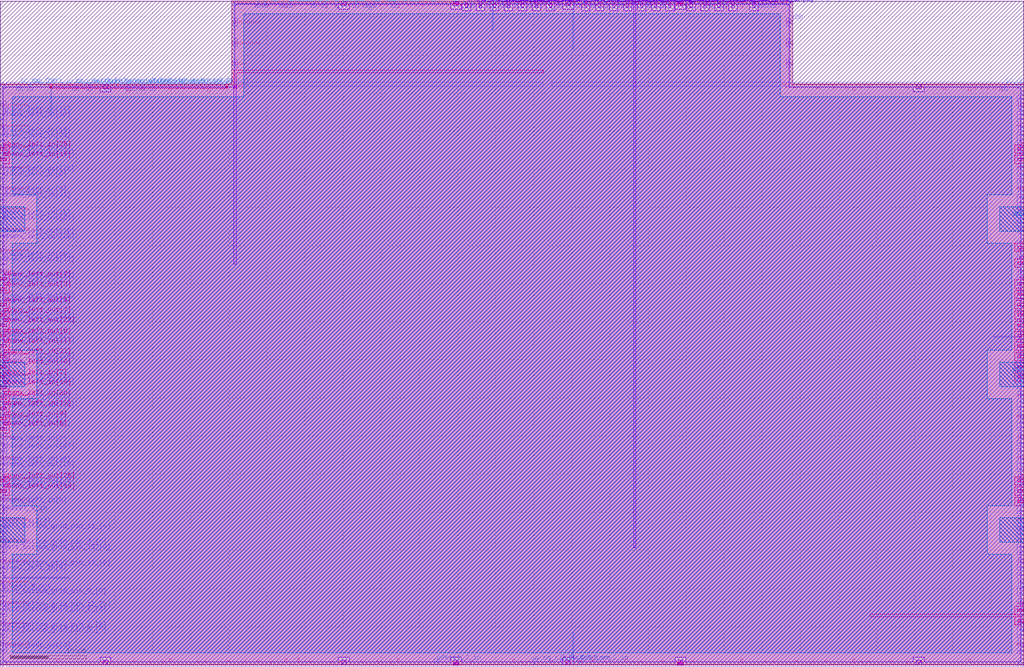
<source format=lef>
VERSION 5.7 ;
BUSBITCHARS "[]" ;

UNITS
  DATABASE MICRONS 1000 ;
END UNITS

MANUFACTURINGGRID 0.005 ;

LAYER li1
  TYPE ROUTING ;
  DIRECTION VERTICAL ;
  PITCH 0.46 ;
  WIDTH 0.17 ;
END li1

LAYER mcon
  TYPE CUT ;
END mcon

LAYER met1
  TYPE ROUTING ;
  DIRECTION HORIZONTAL ;
  PITCH 0.34 ;
  WIDTH 0.14 ;
END met1

LAYER via
  TYPE CUT ;
END via

LAYER met2
  TYPE ROUTING ;
  DIRECTION VERTICAL ;
  PITCH 0.46 ;
  WIDTH 0.14 ;
END met2

LAYER via2
  TYPE CUT ;
END via2

LAYER met3
  TYPE ROUTING ;
  DIRECTION HORIZONTAL ;
  PITCH 0.68 ;
  WIDTH 0.3 ;
END met3

LAYER via3
  TYPE CUT ;
END via3

LAYER met4
  TYPE ROUTING ;
  DIRECTION VERTICAL ;
  PITCH 0.92 ;
  WIDTH 0.3 ;
END met4

LAYER via4
  TYPE CUT ;
END via4

LAYER met5
  TYPE ROUTING ;
  DIRECTION HORIZONTAL ;
  PITCH 3.4 ;
  WIDTH 1.6 ;
END met5

LAYER nwell
  TYPE MASTERSLICE ;
END nwell

LAYER pwell
  TYPE MASTERSLICE ;
END pwell

LAYER OVERLAP
  TYPE OVERLAP ;
END OVERLAP

VIA L1M1_PR
  LAYER li1 ;
    RECT -0.085 -0.085 0.085 0.085 ;
  LAYER mcon ;
    RECT -0.085 -0.085 0.085 0.085 ;
  LAYER met1 ;
    RECT -0.145 -0.115 0.145 0.115 ;
END L1M1_PR

VIA L1M1_PR_R
  LAYER li1 ;
    RECT -0.085 -0.085 0.085 0.085 ;
  LAYER mcon ;
    RECT -0.085 -0.085 0.085 0.085 ;
  LAYER met1 ;
    RECT -0.115 -0.145 0.115 0.145 ;
END L1M1_PR_R

VIA L1M1_PR_M
  LAYER li1 ;
    RECT -0.085 -0.085 0.085 0.085 ;
  LAYER mcon ;
    RECT -0.085 -0.085 0.085 0.085 ;
  LAYER met1 ;
    RECT -0.115 -0.145 0.115 0.145 ;
END L1M1_PR_M

VIA L1M1_PR_MR
  LAYER li1 ;
    RECT -0.085 -0.085 0.085 0.085 ;
  LAYER mcon ;
    RECT -0.085 -0.085 0.085 0.085 ;
  LAYER met1 ;
    RECT -0.145 -0.115 0.145 0.115 ;
END L1M1_PR_MR

VIA L1M1_PR_C
  LAYER li1 ;
    RECT -0.085 -0.085 0.085 0.085 ;
  LAYER mcon ;
    RECT -0.085 -0.085 0.085 0.085 ;
  LAYER met1 ;
    RECT -0.145 -0.145 0.145 0.145 ;
END L1M1_PR_C

VIA M1M2_PR
  LAYER met1 ;
    RECT -0.16 -0.13 0.16 0.13 ;
  LAYER via ;
    RECT -0.075 -0.075 0.075 0.075 ;
  LAYER met2 ;
    RECT -0.13 -0.16 0.13 0.16 ;
END M1M2_PR

VIA M1M2_PR_Enc
  LAYER met1 ;
    RECT -0.16 -0.13 0.16 0.13 ;
  LAYER via ;
    RECT -0.075 -0.075 0.075 0.075 ;
  LAYER met2 ;
    RECT -0.16 -0.13 0.16 0.13 ;
END M1M2_PR_Enc

VIA M1M2_PR_R
  LAYER met1 ;
    RECT -0.13 -0.16 0.13 0.16 ;
  LAYER via ;
    RECT -0.075 -0.075 0.075 0.075 ;
  LAYER met2 ;
    RECT -0.16 -0.13 0.16 0.13 ;
END M1M2_PR_R

VIA M1M2_PR_R_Enc
  LAYER met1 ;
    RECT -0.13 -0.16 0.13 0.16 ;
  LAYER via ;
    RECT -0.075 -0.075 0.075 0.075 ;
  LAYER met2 ;
    RECT -0.13 -0.16 0.13 0.16 ;
END M1M2_PR_R_Enc

VIA M1M2_PR_M
  LAYER met1 ;
    RECT -0.16 -0.13 0.16 0.13 ;
  LAYER via ;
    RECT -0.075 -0.075 0.075 0.075 ;
  LAYER met2 ;
    RECT -0.16 -0.13 0.16 0.13 ;
END M1M2_PR_M

VIA M1M2_PR_M_Enc
  LAYER met1 ;
    RECT -0.16 -0.13 0.16 0.13 ;
  LAYER via ;
    RECT -0.075 -0.075 0.075 0.075 ;
  LAYER met2 ;
    RECT -0.13 -0.16 0.13 0.16 ;
END M1M2_PR_M_Enc

VIA M1M2_PR_MR
  LAYER met1 ;
    RECT -0.13 -0.16 0.13 0.16 ;
  LAYER via ;
    RECT -0.075 -0.075 0.075 0.075 ;
  LAYER met2 ;
    RECT -0.13 -0.16 0.13 0.16 ;
END M1M2_PR_MR

VIA M1M2_PR_MR_Enc
  LAYER met1 ;
    RECT -0.13 -0.16 0.13 0.16 ;
  LAYER via ;
    RECT -0.075 -0.075 0.075 0.075 ;
  LAYER met2 ;
    RECT -0.16 -0.13 0.16 0.13 ;
END M1M2_PR_MR_Enc

VIA M1M2_PR_C
  LAYER met1 ;
    RECT -0.16 -0.16 0.16 0.16 ;
  LAYER via ;
    RECT -0.075 -0.075 0.075 0.075 ;
  LAYER met2 ;
    RECT -0.16 -0.16 0.16 0.16 ;
END M1M2_PR_C

VIA M2M3_PR
  LAYER met2 ;
    RECT -0.14 -0.185 0.14 0.185 ;
  LAYER via2 ;
    RECT -0.1 -0.1 0.1 0.1 ;
  LAYER met3 ;
    RECT -0.165 -0.165 0.165 0.165 ;
END M2M3_PR

VIA M2M3_PR_R
  LAYER met2 ;
    RECT -0.185 -0.14 0.185 0.14 ;
  LAYER via2 ;
    RECT -0.1 -0.1 0.1 0.1 ;
  LAYER met3 ;
    RECT -0.165 -0.165 0.165 0.165 ;
END M2M3_PR_R

VIA M2M3_PR_M
  LAYER met2 ;
    RECT -0.14 -0.185 0.14 0.185 ;
  LAYER via2 ;
    RECT -0.1 -0.1 0.1 0.1 ;
  LAYER met3 ;
    RECT -0.165 -0.165 0.165 0.165 ;
END M2M3_PR_M

VIA M2M3_PR_MR
  LAYER met2 ;
    RECT -0.185 -0.14 0.185 0.14 ;
  LAYER via2 ;
    RECT -0.1 -0.1 0.1 0.1 ;
  LAYER met3 ;
    RECT -0.165 -0.165 0.165 0.165 ;
END M2M3_PR_MR

VIA M2M3_PR_C
  LAYER met2 ;
    RECT -0.185 -0.185 0.185 0.185 ;
  LAYER via2 ;
    RECT -0.1 -0.1 0.1 0.1 ;
  LAYER met3 ;
    RECT -0.165 -0.165 0.165 0.165 ;
END M2M3_PR_C

VIA M3M4_PR
  LAYER met3 ;
    RECT -0.19 -0.16 0.19 0.16 ;
  LAYER via3 ;
    RECT -0.1 -0.1 0.1 0.1 ;
  LAYER met4 ;
    RECT -0.165 -0.165 0.165 0.165 ;
END M3M4_PR

VIA M3M4_PR_R
  LAYER met3 ;
    RECT -0.16 -0.19 0.16 0.19 ;
  LAYER via3 ;
    RECT -0.1 -0.1 0.1 0.1 ;
  LAYER met4 ;
    RECT -0.165 -0.165 0.165 0.165 ;
END M3M4_PR_R

VIA M3M4_PR_M
  LAYER met3 ;
    RECT -0.19 -0.16 0.19 0.16 ;
  LAYER via3 ;
    RECT -0.1 -0.1 0.1 0.1 ;
  LAYER met4 ;
    RECT -0.165 -0.165 0.165 0.165 ;
END M3M4_PR_M

VIA M3M4_PR_MR
  LAYER met3 ;
    RECT -0.16 -0.19 0.16 0.19 ;
  LAYER via3 ;
    RECT -0.1 -0.1 0.1 0.1 ;
  LAYER met4 ;
    RECT -0.165 -0.165 0.165 0.165 ;
END M3M4_PR_MR

VIA M3M4_PR_C
  LAYER met3 ;
    RECT -0.19 -0.19 0.19 0.19 ;
  LAYER via3 ;
    RECT -0.1 -0.1 0.1 0.1 ;
  LAYER met4 ;
    RECT -0.165 -0.165 0.165 0.165 ;
END M3M4_PR_C

VIA M4M5_PR
  LAYER met4 ;
    RECT -0.59 -0.59 0.59 0.59 ;
  LAYER via4 ;
    RECT -0.4 -0.4 0.4 0.4 ;
  LAYER met5 ;
    RECT -0.71 -0.71 0.71 0.71 ;
END M4M5_PR

VIA M4M5_PR_R
  LAYER met4 ;
    RECT -0.59 -0.59 0.59 0.59 ;
  LAYER via4 ;
    RECT -0.4 -0.4 0.4 0.4 ;
  LAYER met5 ;
    RECT -0.71 -0.71 0.71 0.71 ;
END M4M5_PR_R

VIA M4M5_PR_M
  LAYER met4 ;
    RECT -0.59 -0.59 0.59 0.59 ;
  LAYER via4 ;
    RECT -0.4 -0.4 0.4 0.4 ;
  LAYER met5 ;
    RECT -0.71 -0.71 0.71 0.71 ;
END M4M5_PR_M

VIA M4M5_PR_MR
  LAYER met4 ;
    RECT -0.59 -0.59 0.59 0.59 ;
  LAYER via4 ;
    RECT -0.4 -0.4 0.4 0.4 ;
  LAYER met5 ;
    RECT -0.71 -0.71 0.71 0.71 ;
END M4M5_PR_MR

VIA M4M5_PR_C
  LAYER met4 ;
    RECT -0.59 -0.59 0.59 0.59 ;
  LAYER via4 ;
    RECT -0.4 -0.4 0.4 0.4 ;
  LAYER met5 ;
    RECT -0.71 -0.71 0.71 0.71 ;
END M4M5_PR_C

SITE unit
  CLASS CORE ;
  SYMMETRY Y ;
  SIZE 0.46 BY 2.72 ;
END unit

SITE unithddbl
  CLASS CORE ;
  SIZE 0.46 BY 5.44 ;
END unithddbl

MACRO sb_1__0_
  CLASS BLOCK ;
  ORIGIN 0 0 ;
  SIZE 134.32 BY 87.04 ;
  SYMMETRY X Y ;
  PIN pReset[0]
    DIRECTION INPUT ;
    USE SIGNAL ;
    PORT
      LAYER met2 ;
        RECT 70.54 86.555 70.68 87.04 ;
    END
  END pReset[0]
  PIN chany_top_in[0]
    DIRECTION INPUT ;
    USE SIGNAL ;
    PORT
      LAYER met4 ;
        RECT 98.75 86.24 99.05 87.04 ;
    END
  END chany_top_in[0]
  PIN chany_top_in[1]
    DIRECTION INPUT ;
    USE SIGNAL ;
    PORT
      LAYER met4 ;
        RECT 87.71 86.24 88.01 87.04 ;
    END
  END chany_top_in[1]
  PIN chany_top_in[2]
    DIRECTION INPUT ;
    USE SIGNAL ;
    PORT
      LAYER met2 ;
        RECT 51.68 86.555 51.82 87.04 ;
    END
  END chany_top_in[2]
  PIN chany_top_in[3]
    DIRECTION INPUT ;
    USE SIGNAL ;
    PORT
      LAYER met4 ;
        RECT 95.99 86.24 96.29 87.04 ;
    END
  END chany_top_in[3]
  PIN chany_top_in[4]
    DIRECTION INPUT ;
    USE SIGNAL ;
    PORT
      LAYER met4 ;
        RECT 70.23 86.24 70.53 87.04 ;
    END
  END chany_top_in[4]
  PIN chany_top_in[5]
    DIRECTION INPUT ;
    USE SIGNAL ;
    PORT
      LAYER met4 ;
        RECT 61.03 86.24 61.33 87.04 ;
    END
  END chany_top_in[5]
  PIN chany_top_in[6]
    DIRECTION INPUT ;
    USE SIGNAL ;
    PORT
      LAYER met4 ;
        RECT 84.03 86.24 84.33 87.04 ;
    END
  END chany_top_in[6]
  PIN chany_top_in[7]
    DIRECTION INPUT ;
    USE SIGNAL ;
    PORT
      LAYER met2 ;
        RECT 87.56 86.555 87.7 87.04 ;
    END
  END chany_top_in[7]
  PIN chany_top_in[8]
    DIRECTION INPUT ;
    USE SIGNAL ;
    PORT
      LAYER met4 ;
        RECT 92.31 86.24 92.61 87.04 ;
    END
  END chany_top_in[8]
  PIN chany_top_in[9]
    DIRECTION INPUT ;
    USE SIGNAL ;
    PORT
      LAYER met2 ;
        RECT 84.8 86.555 84.94 87.04 ;
    END
  END chany_top_in[9]
  PIN chany_top_in[10]
    DIRECTION INPUT ;
    USE SIGNAL ;
    PORT
      LAYER met2 ;
        RECT 85.72 86.555 85.86 87.04 ;
    END
  END chany_top_in[10]
  PIN chany_top_in[11]
    DIRECTION INPUT ;
    USE SIGNAL ;
    PORT
      LAYER met2 ;
        RECT 82.04 86.555 82.18 87.04 ;
    END
  END chany_top_in[11]
  PIN chany_top_in[12]
    DIRECTION INPUT ;
    USE SIGNAL ;
    PORT
      LAYER met4 ;
        RECT 66.55 86.24 66.85 87.04 ;
    END
  END chany_top_in[12]
  PIN chany_top_in[13]
    DIRECTION INPUT ;
    USE SIGNAL ;
    PORT
      LAYER met4 ;
        RECT 82.19 86.24 82.49 87.04 ;
    END
  END chany_top_in[13]
  PIN chany_top_in[14]
    DIRECTION INPUT ;
    USE SIGNAL ;
    PORT
      LAYER met4 ;
        RECT 90.47 86.24 90.77 87.04 ;
    END
  END chany_top_in[14]
  PIN chany_top_in[15]
    DIRECTION INPUT ;
    USE SIGNAL ;
    PORT
      LAYER met4 ;
        RECT 80.35 86.24 80.65 87.04 ;
    END
  END chany_top_in[15]
  PIN chany_top_in[16]
    DIRECTION INPUT ;
    USE SIGNAL ;
    PORT
      LAYER met2 ;
        RECT 99.52 86.555 99.66 87.04 ;
    END
  END chany_top_in[16]
  PIN chany_top_in[17]
    DIRECTION INPUT ;
    USE SIGNAL ;
    PORT
      LAYER met2 ;
        RECT 65.94 86.555 66.08 87.04 ;
    END
  END chany_top_in[17]
  PIN chany_top_in[18]
    DIRECTION INPUT ;
    USE SIGNAL ;
    PORT
      LAYER met2 ;
        RECT 94.92 86.555 95.06 87.04 ;
    END
  END chany_top_in[18]
  PIN chany_top_in[19]
    DIRECTION INPUT ;
    USE SIGNAL ;
    PORT
      LAYER met4 ;
        RECT 78.51 86.24 78.81 87.04 ;
    END
  END chany_top_in[19]
  PIN chany_top_in[20]
    DIRECTION INPUT ;
    USE SIGNAL ;
    PORT
      LAYER met4 ;
        RECT 68.39 86.24 68.69 87.04 ;
    END
  END chany_top_in[20]
  PIN chany_top_in[21]
    DIRECTION INPUT ;
    USE SIGNAL ;
    PORT
      LAYER met4 ;
        RECT 62.87 86.24 63.17 87.04 ;
    END
  END chany_top_in[21]
  PIN chany_top_in[22]
    DIRECTION INPUT ;
    USE SIGNAL ;
    PORT
      LAYER met2 ;
        RECT 100.44 86.555 100.58 87.04 ;
    END
  END chany_top_in[22]
  PIN chany_top_in[23]
    DIRECTION INPUT ;
    USE SIGNAL ;
    PORT
      LAYER met2 ;
        RECT 77.44 86.555 77.58 87.04 ;
    END
  END chany_top_in[23]
  PIN chany_top_in[24]
    DIRECTION INPUT ;
    USE SIGNAL ;
    PORT
      LAYER met4 ;
        RECT 76.67 86.24 76.97 87.04 ;
    END
  END chany_top_in[24]
  PIN chany_top_in[25]
    DIRECTION INPUT ;
    USE SIGNAL ;
    PORT
      LAYER met4 ;
        RECT 64.71 86.24 65.01 87.04 ;
    END
  END chany_top_in[25]
  PIN chany_top_in[26]
    DIRECTION INPUT ;
    USE SIGNAL ;
    PORT
      LAYER met4 ;
        RECT 94.15 86.24 94.45 87.04 ;
    END
  END chany_top_in[26]
  PIN chany_top_in[27]
    DIRECTION INPUT ;
    USE SIGNAL ;
    PORT
      LAYER met2 ;
        RECT 94 86.555 94.14 87.04 ;
    END
  END chany_top_in[27]
  PIN chany_top_in[28]
    DIRECTION INPUT ;
    USE SIGNAL ;
    PORT
      LAYER met4 ;
        RECT 85.87 86.24 86.17 87.04 ;
    END
  END chany_top_in[28]
  PIN chany_top_in[29]
    DIRECTION INPUT ;
    USE SIGNAL ;
    PORT
      LAYER met2 ;
        RECT 89.86 86.555 90 87.04 ;
    END
  END chany_top_in[29]
  PIN top_left_grid_pin_44_[0]
    DIRECTION INPUT ;
    USE SIGNAL ;
    PORT
      LAYER met2 ;
        RECT 11.66 75.675 11.8 76.16 ;
    END
  END top_left_grid_pin_44_[0]
  PIN top_left_grid_pin_45_[0]
    DIRECTION INPUT ;
    USE SIGNAL ;
    PORT
      LAYER met2 ;
        RECT 13.96 75.675 14.1 76.16 ;
    END
  END top_left_grid_pin_45_[0]
  PIN top_left_grid_pin_46_[0]
    DIRECTION INPUT ;
    USE SIGNAL ;
    PORT
      LAYER met2 ;
        RECT 3.84 75.675 3.98 76.16 ;
    END
  END top_left_grid_pin_46_[0]
  PIN top_left_grid_pin_47_[0]
    DIRECTION INPUT ;
    USE SIGNAL ;
    PORT
      LAYER met2 ;
        RECT 9.82 75.675 9.96 76.16 ;
    END
  END top_left_grid_pin_47_[0]
  PIN top_left_grid_pin_48_[0]
    DIRECTION INPUT ;
    USE SIGNAL ;
    PORT
      LAYER met2 ;
        RECT 19.94 75.675 20.08 76.16 ;
    END
  END top_left_grid_pin_48_[0]
  PIN top_left_grid_pin_49_[0]
    DIRECTION INPUT ;
    USE SIGNAL ;
    PORT
      LAYER met2 ;
        RECT 18.56 75.675 18.7 76.16 ;
    END
  END top_left_grid_pin_49_[0]
  PIN top_left_grid_pin_50_[0]
    DIRECTION INPUT ;
    USE SIGNAL ;
    PORT
      LAYER met2 ;
        RECT 16.72 75.675 16.86 76.16 ;
    END
  END top_left_grid_pin_50_[0]
  PIN top_left_grid_pin_51_[0]
    DIRECTION INPUT ;
    USE SIGNAL ;
    PORT
      LAYER met2 ;
        RECT 17.64 75.675 17.78 76.16 ;
    END
  END top_left_grid_pin_51_[0]
  PIN chanx_right_in[0]
    DIRECTION INPUT ;
    USE SIGNAL ;
    PORT
      LAYER met1 ;
        RECT 133.725 23.56 134.32 23.7 ;
    END
  END chanx_right_in[0]
  PIN chanx_right_in[1]
    DIRECTION INPUT ;
    USE SIGNAL ;
    PORT
      LAYER met3 ;
        RECT 133.52 21.27 134.32 21.57 ;
    END
  END chanx_right_in[1]
  PIN chanx_right_in[2]
    DIRECTION INPUT ;
    USE SIGNAL ;
    PORT
      LAYER met1 ;
        RECT 133.725 31.04 134.32 31.18 ;
    END
  END chanx_right_in[2]
  PIN chanx_right_in[3]
    DIRECTION INPUT ;
    USE SIGNAL ;
    PORT
      LAYER met1 ;
        RECT 133.725 36.48 134.32 36.62 ;
    END
  END chanx_right_in[3]
  PIN chanx_right_in[4]
    DIRECTION INPUT ;
    USE SIGNAL ;
    PORT
      LAYER met3 ;
        RECT 133.52 22.63 134.32 22.93 ;
    END
  END chanx_right_in[4]
  PIN chanx_right_in[5]
    DIRECTION INPUT ;
    USE SIGNAL ;
    PORT
      LAYER met1 ;
        RECT 133.725 25.6 134.32 25.74 ;
    END
  END chanx_right_in[5]
  PIN chanx_right_in[6]
    DIRECTION INPUT ;
    USE SIGNAL ;
    PORT
      LAYER met1 ;
        RECT 133.725 17.1 134.32 17.24 ;
    END
  END chanx_right_in[6]
  PIN chanx_right_in[7]
    DIRECTION INPUT ;
    USE SIGNAL ;
    PORT
      LAYER met1 ;
        RECT 133.725 29 134.32 29.14 ;
    END
  END chanx_right_in[7]
  PIN chanx_right_in[8]
    DIRECTION INPUT ;
    USE SIGNAL ;
    PORT
      LAYER met3 ;
        RECT 133.52 38.95 134.32 39.25 ;
    END
  END chanx_right_in[8]
  PIN chanx_right_in[9]
    DIRECTION INPUT ;
    USE SIGNAL ;
    PORT
      LAYER met1 ;
        RECT 133.725 71.5 134.32 71.64 ;
    END
  END chanx_right_in[9]
  PIN chanx_right_in[10]
    DIRECTION INPUT ;
    USE SIGNAL ;
    PORT
      LAYER met1 ;
        RECT 133.725 66.4 134.32 66.54 ;
    END
  END chanx_right_in[10]
  PIN chanx_right_in[11]
    DIRECTION INPUT ;
    USE SIGNAL ;
    PORT
      LAYER met1 ;
        RECT 133.725 37.16 134.32 37.3 ;
    END
  END chanx_right_in[11]
  PIN chanx_right_in[12]
    DIRECTION INPUT ;
    USE SIGNAL ;
    PORT
      LAYER met1 ;
        RECT 133.725 12.68 134.32 12.82 ;
    END
  END chanx_right_in[12]
  PIN chanx_right_in[13]
    DIRECTION INPUT ;
    USE SIGNAL ;
    PORT
      LAYER met1 ;
        RECT 133.725 57.9 134.32 58.04 ;
    END
  END chanx_right_in[13]
  PIN chanx_right_in[14]
    DIRECTION INPUT ;
    USE SIGNAL ;
    PORT
      LAYER met1 ;
        RECT 133.725 34.44 134.32 34.58 ;
    END
  END chanx_right_in[14]
  PIN chanx_right_in[15]
    DIRECTION INPUT ;
    USE SIGNAL ;
    PORT
      LAYER met1 ;
        RECT 133.725 31.72 134.32 31.86 ;
    END
  END chanx_right_in[15]
  PIN chanx_right_in[16]
    DIRECTION INPUT ;
    USE SIGNAL ;
    PORT
      LAYER met1 ;
        RECT 133.725 33.76 134.32 33.9 ;
    END
  END chanx_right_in[16]
  PIN chanx_right_in[17]
    DIRECTION INPUT ;
    USE SIGNAL ;
    PORT
      LAYER met1 ;
        RECT 133.725 22.88 134.32 23.02 ;
    END
  END chanx_right_in[17]
  PIN chanx_right_in[18]
    DIRECTION INPUT ;
    USE SIGNAL ;
    PORT
      LAYER met1 ;
        RECT 133.725 20.16 134.32 20.3 ;
    END
  END chanx_right_in[18]
  PIN chanx_right_in[19]
    DIRECTION INPUT ;
    USE SIGNAL ;
    PORT
      LAYER met1 ;
        RECT 133.725 27.98 134.32 28.12 ;
    END
  END chanx_right_in[19]
  PIN chanx_right_in[20]
    DIRECTION INPUT ;
    USE SIGNAL ;
    PORT
      LAYER met1 ;
        RECT 133.725 63.34 134.32 63.48 ;
    END
  END chanx_right_in[20]
  PIN chanx_right_in[21]
    DIRECTION INPUT ;
    USE SIGNAL ;
    PORT
      LAYER met3 ;
        RECT 133.52 47.11 134.32 47.41 ;
    END
  END chanx_right_in[21]
  PIN chanx_right_in[22]
    DIRECTION INPUT ;
    USE SIGNAL ;
    PORT
      LAYER met3 ;
        RECT 133.52 54.59 134.32 54.89 ;
    END
  END chanx_right_in[22]
  PIN chanx_right_in[23]
    DIRECTION INPUT ;
    USE SIGNAL ;
    PORT
      LAYER met1 ;
        RECT 133.725 15.4 134.32 15.54 ;
    END
  END chanx_right_in[23]
  PIN chanx_right_in[24]
    DIRECTION INPUT ;
    USE SIGNAL ;
    PORT
      LAYER met1 ;
        RECT 133.725 20.84 134.32 20.98 ;
    END
  END chanx_right_in[24]
  PIN chanx_right_in[25]
    DIRECTION INPUT ;
    USE SIGNAL ;
    PORT
      LAYER met1 ;
        RECT 133.725 72.18 134.32 72.32 ;
    END
  END chanx_right_in[25]
  PIN chanx_right_in[26]
    DIRECTION INPUT ;
    USE SIGNAL ;
    PORT
      LAYER met1 ;
        RECT 133.725 61.3 134.32 61.44 ;
    END
  END chanx_right_in[26]
  PIN chanx_right_in[27]
    DIRECTION INPUT ;
    USE SIGNAL ;
    PORT
      LAYER met1 ;
        RECT 133.725 26.28 134.32 26.42 ;
    END
  END chanx_right_in[27]
  PIN chanx_right_in[28]
    DIRECTION INPUT ;
    USE SIGNAL ;
    PORT
      LAYER met1 ;
        RECT 133.725 44.3 134.32 44.44 ;
    END
  END chanx_right_in[28]
  PIN chanx_right_in[29]
    DIRECTION INPUT ;
    USE SIGNAL ;
    PORT
      LAYER met1 ;
        RECT 133.725 67.08 134.32 67.22 ;
    END
  END chanx_right_in[29]
  PIN right_bottom_grid_pin_1_[0]
    DIRECTION INPUT ;
    USE SIGNAL ;
    PORT
      LAYER met1 ;
        RECT 133.725 3.84 134.32 3.98 ;
    END
  END right_bottom_grid_pin_1_[0]
  PIN right_bottom_grid_pin_3_[0]
    DIRECTION INPUT ;
    USE SIGNAL ;
    PORT
      LAYER met1 ;
        RECT 133.725 9.28 134.32 9.42 ;
    END
  END right_bottom_grid_pin_3_[0]
  PIN right_bottom_grid_pin_5_[0]
    DIRECTION INPUT ;
    USE SIGNAL ;
    PORT
      LAYER met3 ;
        RECT 133.52 5.63 134.32 5.93 ;
    END
  END right_bottom_grid_pin_5_[0]
  PIN right_bottom_grid_pin_7_[0]
    DIRECTION INPUT ;
    USE SIGNAL ;
    PORT
      LAYER met1 ;
        RECT 133.725 6.56 134.32 6.7 ;
    END
  END right_bottom_grid_pin_7_[0]
  PIN right_bottom_grid_pin_9_[0]
    DIRECTION INPUT ;
    USE SIGNAL ;
    PORT
      LAYER met3 ;
        RECT 133.52 6.99 134.32 7.29 ;
    END
  END right_bottom_grid_pin_9_[0]
  PIN right_bottom_grid_pin_11_[0]
    DIRECTION INPUT ;
    USE SIGNAL ;
    PORT
      LAYER met1 ;
        RECT 133.725 7.24 134.32 7.38 ;
    END
  END right_bottom_grid_pin_11_[0]
  PIN right_bottom_grid_pin_13_[0]
    DIRECTION INPUT ;
    USE SIGNAL ;
    PORT
      LAYER met1 ;
        RECT 133.725 1.8 134.32 1.94 ;
    END
  END right_bottom_grid_pin_13_[0]
  PIN right_bottom_grid_pin_15_[0]
    DIRECTION INPUT ;
    USE SIGNAL ;
    PORT
      LAYER met1 ;
        RECT 133.725 14.72 134.32 14.86 ;
    END
  END right_bottom_grid_pin_15_[0]
  PIN right_bottom_grid_pin_17_[0]
    DIRECTION INPUT ;
    USE SIGNAL ;
    PORT
      LAYER met1 ;
        RECT 133.725 4.52 134.32 4.66 ;
    END
  END right_bottom_grid_pin_17_[0]
  PIN chanx_left_in[0]
    DIRECTION INPUT ;
    USE SIGNAL ;
    PORT
      LAYER met1 ;
        RECT 0 20.84 0.595 20.98 ;
    END
  END chanx_left_in[0]
  PIN chanx_left_in[1]
    DIRECTION INPUT ;
    USE SIGNAL ;
    PORT
      LAYER met1 ;
        RECT 0 31.72 0.595 31.86 ;
    END
  END chanx_left_in[1]
  PIN chanx_left_in[2]
    DIRECTION INPUT ;
    USE SIGNAL ;
    PORT
      LAYER met1 ;
        RECT 0 63.68 0.595 63.82 ;
    END
  END chanx_left_in[2]
  PIN chanx_left_in[3]
    DIRECTION INPUT ;
    USE SIGNAL ;
    PORT
      LAYER met1 ;
        RECT 0 29 0.595 29.14 ;
    END
  END chanx_left_in[3]
  PIN chanx_left_in[4]
    DIRECTION INPUT ;
    USE SIGNAL ;
    PORT
      LAYER met1 ;
        RECT 0 42.6 0.595 42.74 ;
    END
  END chanx_left_in[4]
  PIN chanx_left_in[5]
    DIRECTION INPUT ;
    USE SIGNAL ;
    PORT
      LAYER met1 ;
        RECT 0 12 0.595 12.14 ;
    END
  END chanx_left_in[5]
  PIN chanx_left_in[6]
    DIRECTION INPUT ;
    USE SIGNAL ;
    PORT
      LAYER met3 ;
        RECT 0 30.79 0.8 31.09 ;
    END
  END chanx_left_in[6]
  PIN chanx_left_in[7]
    DIRECTION INPUT ;
    USE SIGNAL ;
    PORT
      LAYER met3 ;
        RECT 0 37.59 0.8 37.89 ;
    END
  END chanx_left_in[7]
  PIN chanx_left_in[8]
    DIRECTION INPUT ;
    USE SIGNAL ;
    PORT
      LAYER met3 ;
        RECT 0 32.15 0.8 32.45 ;
    END
  END chanx_left_in[8]
  PIN chanx_left_in[9]
    DIRECTION INPUT ;
    USE SIGNAL ;
    PORT
      LAYER met1 ;
        RECT 0 61.64 0.595 61.78 ;
    END
  END chanx_left_in[9]
  PIN chanx_left_in[10]
    DIRECTION INPUT ;
    USE SIGNAL ;
    PORT
      LAYER met3 ;
        RECT 0 38.95 0.8 39.25 ;
    END
  END chanx_left_in[10]
  PIN chanx_left_in[11]
    DIRECTION INPUT ;
    USE SIGNAL ;
    PORT
      LAYER met3 ;
        RECT 0 41.67 0.8 41.97 ;
    END
  END chanx_left_in[11]
  PIN chanx_left_in[12]
    DIRECTION INPUT ;
    USE SIGNAL ;
    PORT
      LAYER met3 ;
        RECT 0 33.51 0.8 33.81 ;
    END
  END chanx_left_in[12]
  PIN chanx_left_in[13]
    DIRECTION INPUT ;
    USE SIGNAL ;
    PORT
      LAYER met1 ;
        RECT 0 58.58 0.595 58.72 ;
    END
  END chanx_left_in[13]
  PIN chanx_left_in[14]
    DIRECTION INPUT ;
    USE SIGNAL ;
    PORT
      LAYER met1 ;
        RECT 0 69.46 0.595 69.6 ;
    END
  END chanx_left_in[14]
  PIN chanx_left_in[15]
    DIRECTION INPUT ;
    USE SIGNAL ;
    PORT
      LAYER met3 ;
        RECT 0 66.15 0.8 66.45 ;
    END
  END chanx_left_in[15]
  PIN chanx_left_in[16]
    DIRECTION INPUT ;
    USE SIGNAL ;
    PORT
      LAYER met1 ;
        RECT 0 71.5 0.595 71.64 ;
    END
  END chanx_left_in[16]
  PIN chanx_left_in[17]
    DIRECTION INPUT ;
    USE SIGNAL ;
    PORT
      LAYER met1 ;
        RECT 0 72.18 0.595 72.32 ;
    END
  END chanx_left_in[17]
  PIN chanx_left_in[18]
    DIRECTION INPUT ;
    USE SIGNAL ;
    PORT
      LAYER met3 ;
        RECT 0 36.23 0.8 36.53 ;
    END
  END chanx_left_in[18]
  PIN chanx_left_in[19]
    DIRECTION INPUT ;
    USE SIGNAL ;
    PORT
      LAYER met1 ;
        RECT 0 53.14 0.595 53.28 ;
    END
  END chanx_left_in[19]
  PIN chanx_left_in[20]
    DIRECTION INPUT ;
    USE SIGNAL ;
    PORT
      LAYER met3 ;
        RECT 0 34.87 0.8 35.17 ;
    END
  END chanx_left_in[20]
  PIN chanx_left_in[21]
    DIRECTION INPUT ;
    USE SIGNAL ;
    PORT
      LAYER met1 ;
        RECT 0 60.96 0.595 61.1 ;
    END
  END chanx_left_in[21]
  PIN chanx_left_in[22]
    DIRECTION INPUT ;
    USE SIGNAL ;
    PORT
      LAYER met3 ;
        RECT 0 40.31 0.8 40.61 ;
    END
  END chanx_left_in[22]
  PIN chanx_left_in[23]
    DIRECTION INPUT ;
    USE SIGNAL ;
    PORT
      LAYER met1 ;
        RECT 0 34.44 0.595 34.58 ;
    END
  END chanx_left_in[23]
  PIN chanx_left_in[24]
    DIRECTION INPUT ;
    USE SIGNAL ;
    PORT
      LAYER met1 ;
        RECT 0 26.28 0.595 26.42 ;
    END
  END chanx_left_in[24]
  PIN chanx_left_in[25]
    DIRECTION INPUT ;
    USE SIGNAL ;
    PORT
      LAYER met3 ;
        RECT 0 67.51 0.8 67.81 ;
    END
  END chanx_left_in[25]
  PIN chanx_left_in[26]
    DIRECTION INPUT ;
    USE SIGNAL ;
    PORT
      LAYER met1 ;
        RECT 0 22.88 0.595 23.02 ;
    END
  END chanx_left_in[26]
  PIN chanx_left_in[27]
    DIRECTION INPUT ;
    USE SIGNAL ;
    PORT
      LAYER met1 ;
        RECT 0 49.74 0.595 49.88 ;
    END
  END chanx_left_in[27]
  PIN chanx_left_in[28]
    DIRECTION INPUT ;
    USE SIGNAL ;
    PORT
      LAYER met1 ;
        RECT 0 68.78 0.595 68.92 ;
    END
  END chanx_left_in[28]
  PIN chanx_left_in[29]
    DIRECTION INPUT ;
    USE SIGNAL ;
    PORT
      LAYER met1 ;
        RECT 0 67.08 0.595 67.22 ;
    END
  END chanx_left_in[29]
  PIN left_bottom_grid_pin_1_[0]
    DIRECTION INPUT ;
    USE SIGNAL ;
    PORT
      LAYER met1 ;
        RECT 0 4.52 0.595 4.66 ;
    END
  END left_bottom_grid_pin_1_[0]
  PIN left_bottom_grid_pin_3_[0]
    DIRECTION INPUT ;
    USE SIGNAL ;
    PORT
      LAYER met1 ;
        RECT 0 15.4 0.595 15.54 ;
    END
  END left_bottom_grid_pin_3_[0]
  PIN left_bottom_grid_pin_5_[0]
    DIRECTION INPUT ;
    USE SIGNAL ;
    PORT
      LAYER met1 ;
        RECT 0 3.84 0.595 3.98 ;
    END
  END left_bottom_grid_pin_5_[0]
  PIN left_bottom_grid_pin_7_[0]
    DIRECTION INPUT ;
    USE SIGNAL ;
    PORT
      LAYER met1 ;
        RECT 0 6.56 0.595 6.7 ;
    END
  END left_bottom_grid_pin_7_[0]
  PIN left_bottom_grid_pin_9_[0]
    DIRECTION INPUT ;
    USE SIGNAL ;
    PORT
      LAYER met1 ;
        RECT 0 8.94 0.595 9.08 ;
    END
  END left_bottom_grid_pin_9_[0]
  PIN left_bottom_grid_pin_11_[0]
    DIRECTION INPUT ;
    USE SIGNAL ;
    PORT
      LAYER met1 ;
        RECT 0 17.44 0.595 17.58 ;
    END
  END left_bottom_grid_pin_11_[0]
  PIN left_bottom_grid_pin_13_[0]
    DIRECTION INPUT ;
    USE SIGNAL ;
    PORT
      LAYER met1 ;
        RECT 0 7.24 0.595 7.38 ;
    END
  END left_bottom_grid_pin_13_[0]
  PIN left_bottom_grid_pin_15_[0]
    DIRECTION INPUT ;
    USE SIGNAL ;
    PORT
      LAYER met1 ;
        RECT 0 14.72 0.595 14.86 ;
    END
  END left_bottom_grid_pin_15_[0]
  PIN left_bottom_grid_pin_17_[0]
    DIRECTION INPUT ;
    USE SIGNAL ;
    PORT
      LAYER met1 ;
        RECT 0 12.68 0.595 12.82 ;
    END
  END left_bottom_grid_pin_17_[0]
  PIN ccff_head[0]
    DIRECTION INPUT ;
    USE SIGNAL ;
    PORT
      LAYER met1 ;
        RECT 133.725 11.66 134.32 11.8 ;
    END
  END ccff_head[0]
  PIN chany_top_out[0]
    DIRECTION OUTPUT ;
    USE SIGNAL ;
    PORT
      LAYER met2 ;
        RECT 81.12 86.555 81.26 87.04 ;
    END
  END chany_top_out[0]
  PIN chany_top_out[1]
    DIRECTION OUTPUT ;
    USE SIGNAL ;
    PORT
      LAYER met2 ;
        RECT 80.2 86.555 80.34 87.04 ;
    END
  END chany_top_out[1]
  PIN chany_top_out[2]
    DIRECTION OUTPUT ;
    USE SIGNAL ;
    PORT
      LAYER met2 ;
        RECT 42.48 86.555 42.62 87.04 ;
    END
  END chany_top_out[2]
  PIN chany_top_out[3]
    DIRECTION OUTPUT ;
    USE SIGNAL ;
    PORT
      LAYER met2 ;
        RECT 86.64 86.555 86.78 87.04 ;
    END
  END chany_top_out[3]
  PIN chany_top_out[4]
    DIRECTION OUTPUT ;
    USE SIGNAL ;
    PORT
      LAYER met2 ;
        RECT 71.92 86.555 72.06 87.04 ;
    END
  END chany_top_out[4]
  PIN chany_top_out[5]
    DIRECTION OUTPUT ;
    USE SIGNAL ;
    PORT
      LAYER met2 ;
        RECT 41.1 86.555 41.24 87.04 ;
    END
  END chany_top_out[5]
  PIN chany_top_out[6]
    DIRECTION OUTPUT ;
    USE SIGNAL ;
    PORT
      LAYER met2 ;
        RECT 83.88 86.555 84.02 87.04 ;
    END
  END chany_top_out[6]
  PIN chany_top_out[7]
    DIRECTION OUTPUT ;
    USE SIGNAL ;
    PORT
      LAYER met2 ;
        RECT 73.3 86.555 73.44 87.04 ;
    END
  END chany_top_out[7]
  PIN chany_top_out[8]
    DIRECTION OUTPUT ;
    USE SIGNAL ;
    PORT
      LAYER met2 ;
        RECT 75.6 86.555 75.74 87.04 ;
    END
  END chany_top_out[8]
  PIN chany_top_out[9]
    DIRECTION OUTPUT ;
    USE SIGNAL ;
    PORT
      LAYER met2 ;
        RECT 63.18 86.555 63.32 87.04 ;
    END
  END chany_top_out[9]
  PIN chany_top_out[10]
    DIRECTION OUTPUT ;
    USE SIGNAL ;
    PORT
      LAYER met2 ;
        RECT 61.8 86.555 61.94 87.04 ;
    END
  END chany_top_out[10]
  PIN chany_top_out[11]
    DIRECTION OUTPUT ;
    USE SIGNAL ;
    PORT
      LAYER met2 ;
        RECT 48.92 86.555 49.06 87.04 ;
    END
  END chany_top_out[11]
  PIN chany_top_out[12]
    DIRECTION OUTPUT ;
    USE SIGNAL ;
    PORT
      LAYER met2 ;
        RECT 68.7 86.555 68.84 87.04 ;
    END
  END chany_top_out[12]
  PIN chany_top_out[13]
    DIRECTION OUTPUT ;
    USE SIGNAL ;
    PORT
      LAYER met2 ;
        RECT 78.36 86.555 78.5 87.04 ;
    END
  END chany_top_out[13]
  PIN chany_top_out[14]
    DIRECTION OUTPUT ;
    USE SIGNAL ;
    PORT
      LAYER met2 ;
        RECT 44.32 86.555 44.46 87.04 ;
    END
  END chany_top_out[14]
  PIN chany_top_out[15]
    DIRECTION OUTPUT ;
    USE SIGNAL ;
    PORT
      LAYER met2 ;
        RECT 101.36 86.555 101.5 87.04 ;
    END
  END chany_top_out[15]
  PIN chany_top_out[16]
    DIRECTION OUTPUT ;
    USE SIGNAL ;
    PORT
      LAYER met2 ;
        RECT 79.28 86.555 79.42 87.04 ;
    END
  END chany_top_out[16]
  PIN chany_top_out[17]
    DIRECTION OUTPUT ;
    USE SIGNAL ;
    PORT
      LAYER met2 ;
        RECT 46.62 86.555 46.76 87.04 ;
    END
  END chany_top_out[17]
  PIN chany_top_out[18]
    DIRECTION OUTPUT ;
    USE SIGNAL ;
    PORT
      LAYER met2 ;
        RECT 66.86 86.555 67 87.04 ;
    END
  END chany_top_out[18]
  PIN chany_top_out[19]
    DIRECTION OUTPUT ;
    USE SIGNAL ;
    PORT
      LAYER met4 ;
        RECT 72.07 86.24 72.37 87.04 ;
    END
  END chany_top_out[19]
  PIN chany_top_out[20]
    DIRECTION OUTPUT ;
    USE SIGNAL ;
    PORT
      LAYER met2 ;
        RECT 48 86.555 48.14 87.04 ;
    END
  END chany_top_out[20]
  PIN chany_top_out[21]
    DIRECTION OUTPUT ;
    USE SIGNAL ;
    PORT
      LAYER met2 ;
        RECT 93.08 86.555 93.22 87.04 ;
    END
  END chany_top_out[21]
  PIN chany_top_out[22]
    DIRECTION OUTPUT ;
    USE SIGNAL ;
    PORT
      LAYER met2 ;
        RECT 60.88 86.555 61.02 87.04 ;
    END
  END chany_top_out[22]
  PIN chany_top_out[23]
    DIRECTION OUTPUT ;
    USE SIGNAL ;
    PORT
      LAYER met2 ;
        RECT 37.88 86.555 38.02 87.04 ;
    END
  END chany_top_out[23]
  PIN chany_top_out[24]
    DIRECTION OUTPUT ;
    USE SIGNAL ;
    PORT
      LAYER met2 ;
        RECT 76.52 86.555 76.66 87.04 ;
    END
  END chany_top_out[24]
  PIN chany_top_out[25]
    DIRECTION OUTPUT ;
    USE SIGNAL ;
    PORT
      LAYER met2 ;
        RECT 67.78 86.555 67.92 87.04 ;
    END
  END chany_top_out[25]
  PIN chany_top_out[26]
    DIRECTION OUTPUT ;
    USE SIGNAL ;
    PORT
      LAYER met2 ;
        RECT 36.96 86.555 37.1 87.04 ;
    END
  END chany_top_out[26]
  PIN chany_top_out[27]
    DIRECTION OUTPUT ;
    USE SIGNAL ;
    PORT
      LAYER met2 ;
        RECT 65.02 86.555 65.16 87.04 ;
    END
  END chany_top_out[27]
  PIN chany_top_out[28]
    DIRECTION OUTPUT ;
    USE SIGNAL ;
    PORT
      LAYER met2 ;
        RECT 69.62 86.555 69.76 87.04 ;
    END
  END chany_top_out[28]
  PIN chany_top_out[29]
    DIRECTION OUTPUT ;
    USE SIGNAL ;
    PORT
      LAYER met2 ;
        RECT 64.1 86.555 64.24 87.04 ;
    END
  END chany_top_out[29]
  PIN chanx_right_out[0]
    DIRECTION OUTPUT ;
    USE SIGNAL ;
    PORT
      LAYER met3 ;
        RECT 133.52 23.99 134.32 24.29 ;
    END
  END chanx_right_out[0]
  PIN chanx_right_out[1]
    DIRECTION OUTPUT ;
    USE SIGNAL ;
    PORT
      LAYER met1 ;
        RECT 133.725 48.04 134.32 48.18 ;
    END
  END chanx_right_out[1]
  PIN chanx_right_out[2]
    DIRECTION OUTPUT ;
    USE SIGNAL ;
    PORT
      LAYER met1 ;
        RECT 133.725 53.48 134.32 53.62 ;
    END
  END chanx_right_out[2]
  PIN chanx_right_out[3]
    DIRECTION OUTPUT ;
    USE SIGNAL ;
    PORT
      LAYER met3 ;
        RECT 133.52 43.03 134.32 43.33 ;
    END
  END chanx_right_out[3]
  PIN chanx_right_out[4]
    DIRECTION OUTPUT ;
    USE SIGNAL ;
    PORT
      LAYER met1 ;
        RECT 133.725 39.88 134.32 40.02 ;
    END
  END chanx_right_out[4]
  PIN chanx_right_out[5]
    DIRECTION OUTPUT ;
    USE SIGNAL ;
    PORT
      LAYER met3 ;
        RECT 133.52 44.39 134.32 44.69 ;
    END
  END chanx_right_out[5]
  PIN chanx_right_out[6]
    DIRECTION OUTPUT ;
    USE SIGNAL ;
    PORT
      LAYER met3 ;
        RECT 133.52 41.67 134.32 41.97 ;
    END
  END chanx_right_out[6]
  PIN chanx_right_out[7]
    DIRECTION OUTPUT ;
    USE SIGNAL ;
    PORT
      LAYER met1 ;
        RECT 133.725 42.26 134.32 42.4 ;
    END
  END chanx_right_out[7]
  PIN chanx_right_out[8]
    DIRECTION OUTPUT ;
    USE SIGNAL ;
    PORT
      LAYER met3 ;
        RECT 133.52 48.47 134.32 48.77 ;
    END
  END chanx_right_out[8]
  PIN chanx_right_out[9]
    DIRECTION OUTPUT ;
    USE SIGNAL ;
    PORT
      LAYER met1 ;
        RECT 133.725 50.08 134.32 50.22 ;
    END
  END chanx_right_out[9]
  PIN chanx_right_out[10]
    DIRECTION OUTPUT ;
    USE SIGNAL ;
    PORT
      LAYER met3 ;
        RECT 133.52 66.15 134.32 66.45 ;
    END
  END chanx_right_out[10]
  PIN chanx_right_out[11]
    DIRECTION OUTPUT ;
    USE SIGNAL ;
    PORT
      LAYER met3 ;
        RECT 133.52 37.59 134.32 37.89 ;
    END
  END chanx_right_out[11]
  PIN chanx_right_out[12]
    DIRECTION OUTPUT ;
    USE SIGNAL ;
    PORT
      LAYER met1 ;
        RECT 133.725 74.22 134.32 74.36 ;
    END
  END chanx_right_out[12]
  PIN chanx_right_out[13]
    DIRECTION OUTPUT ;
    USE SIGNAL ;
    PORT
      LAYER met1 ;
        RECT 133.725 41.58 134.32 41.72 ;
    END
  END chanx_right_out[13]
  PIN chanx_right_out[14]
    DIRECTION OUTPUT ;
    USE SIGNAL ;
    PORT
      LAYER met1 ;
        RECT 133.725 60.62 134.32 60.76 ;
    END
  END chanx_right_out[14]
  PIN chanx_right_out[15]
    DIRECTION OUTPUT ;
    USE SIGNAL ;
    PORT
      LAYER met1 ;
        RECT 133.725 52.46 134.32 52.6 ;
    END
  END chanx_right_out[15]
  PIN chanx_right_out[16]
    DIRECTION OUTPUT ;
    USE SIGNAL ;
    PORT
      LAYER met1 ;
        RECT 133.725 69.46 134.32 69.6 ;
    END
  END chanx_right_out[16]
  PIN chanx_right_out[17]
    DIRECTION OUTPUT ;
    USE SIGNAL ;
    PORT
      LAYER met1 ;
        RECT 133.725 64.36 134.32 64.5 ;
    END
  END chanx_right_out[17]
  PIN chanx_right_out[18]
    DIRECTION OUTPUT ;
    USE SIGNAL ;
    PORT
      LAYER met3 ;
        RECT 133.52 49.83 134.32 50.13 ;
    END
  END chanx_right_out[18]
  PIN chanx_right_out[19]
    DIRECTION OUTPUT ;
    USE SIGNAL ;
    PORT
      LAYER met1 ;
        RECT 133.725 44.98 134.32 45.12 ;
    END
  END chanx_right_out[19]
  PIN chanx_right_out[20]
    DIRECTION OUTPUT ;
    USE SIGNAL ;
    PORT
      LAYER met1 ;
        RECT 133.725 55.18 134.32 55.32 ;
    END
  END chanx_right_out[20]
  PIN chanx_right_out[21]
    DIRECTION OUTPUT ;
    USE SIGNAL ;
    PORT
      LAYER met1 ;
        RECT 133.725 68.78 134.32 68.92 ;
    END
  END chanx_right_out[21]
  PIN chanx_right_out[22]
    DIRECTION OUTPUT ;
    USE SIGNAL ;
    PORT
      LAYER met3 ;
        RECT 133.52 67.51 134.32 67.81 ;
    END
  END chanx_right_out[22]
  PIN chanx_right_out[23]
    DIRECTION OUTPUT ;
    USE SIGNAL ;
    PORT
      LAYER met1 ;
        RECT 133.725 50.76 134.32 50.9 ;
    END
  END chanx_right_out[23]
  PIN chanx_right_out[24]
    DIRECTION OUTPUT ;
    USE SIGNAL ;
    PORT
      LAYER met3 ;
        RECT 133.52 52.55 134.32 52.85 ;
    END
  END chanx_right_out[24]
  PIN chanx_right_out[25]
    DIRECTION OUTPUT ;
    USE SIGNAL ;
    PORT
      LAYER met1 ;
        RECT 133.725 38.86 134.32 39 ;
    END
  END chanx_right_out[25]
  PIN chanx_right_out[26]
    DIRECTION OUTPUT ;
    USE SIGNAL ;
    PORT
      LAYER met3 ;
        RECT 133.52 45.75 134.32 46.05 ;
    END
  END chanx_right_out[26]
  PIN chanx_right_out[27]
    DIRECTION OUTPUT ;
    USE SIGNAL ;
    PORT
      LAYER met1 ;
        RECT 133.725 47.02 134.32 47.16 ;
    END
  END chanx_right_out[27]
  PIN chanx_right_out[28]
    DIRECTION OUTPUT ;
    USE SIGNAL ;
    PORT
      LAYER met3 ;
        RECT 133.52 40.31 134.32 40.61 ;
    END
  END chanx_right_out[28]
  PIN chanx_right_out[29]
    DIRECTION OUTPUT ;
    USE SIGNAL ;
    PORT
      LAYER met1 ;
        RECT 133.725 58.92 134.32 59.06 ;
    END
  END chanx_right_out[29]
  PIN chanx_left_out[0]
    DIRECTION OUTPUT ;
    USE SIGNAL ;
    PORT
      LAYER met1 ;
        RECT 0 1.8 0.595 1.94 ;
    END
  END chanx_left_out[0]
  PIN chanx_left_out[1]
    DIRECTION OUTPUT ;
    USE SIGNAL ;
    PORT
      LAYER met1 ;
        RECT 0 37.16 0.595 37.3 ;
    END
  END chanx_left_out[1]
  PIN chanx_left_out[2]
    DIRECTION OUTPUT ;
    USE SIGNAL ;
    PORT
      LAYER met3 ;
        RECT 0 50.51 0.8 50.81 ;
    END
  END chanx_left_out[2]
  PIN chanx_left_out[3]
    DIRECTION OUTPUT ;
    USE SIGNAL ;
    PORT
      LAYER met1 ;
        RECT 0 39.2 0.595 39.34 ;
    END
  END chanx_left_out[3]
  PIN chanx_left_out[4]
    DIRECTION OUTPUT ;
    USE SIGNAL ;
    PORT
      LAYER met1 ;
        RECT 0 31.04 0.595 31.18 ;
    END
  END chanx_left_out[4]
  PIN chanx_left_out[5]
    DIRECTION OUTPUT ;
    USE SIGNAL ;
    PORT
      LAYER met3 ;
        RECT 0 47.11 0.8 47.41 ;
    END
  END chanx_left_out[5]
  PIN chanx_left_out[6]
    DIRECTION OUTPUT ;
    USE SIGNAL ;
    PORT
      LAYER met3 ;
        RECT 0 43.03 0.8 43.33 ;
    END
  END chanx_left_out[6]
  PIN chanx_left_out[7]
    DIRECTION OUTPUT ;
    USE SIGNAL ;
    PORT
      LAYER met3 ;
        RECT 0 45.75 0.8 46.05 ;
    END
  END chanx_left_out[7]
  PIN chanx_left_out[8]
    DIRECTION OUTPUT ;
    USE SIGNAL ;
    PORT
      LAYER met3 ;
        RECT 0 49.15 0.8 49.45 ;
    END
  END chanx_left_out[8]
  PIN chanx_left_out[9]
    DIRECTION OUTPUT ;
    USE SIGNAL ;
    PORT
      LAYER met1 ;
        RECT 0 47.02 0.595 47.16 ;
    END
  END chanx_left_out[9]
  PIN chanx_left_out[10]
    DIRECTION OUTPUT ;
    USE SIGNAL ;
    PORT
      LAYER met1 ;
        RECT 0 56.2 0.595 56.34 ;
    END
  END chanx_left_out[10]
  PIN chanx_left_out[11]
    DIRECTION OUTPUT ;
    USE SIGNAL ;
    PORT
      LAYER met1 ;
        RECT 0 45.32 0.595 45.46 ;
    END
  END chanx_left_out[11]
  PIN chanx_left_out[12]
    DIRECTION OUTPUT ;
    USE SIGNAL ;
    PORT
      LAYER met1 ;
        RECT 0 52.46 0.595 52.6 ;
    END
  END chanx_left_out[12]
  PIN chanx_left_out[13]
    DIRECTION OUTPUT ;
    USE SIGNAL ;
    PORT
      LAYER met1 ;
        RECT 0 41.92 0.595 42.06 ;
    END
  END chanx_left_out[13]
  PIN chanx_left_out[14]
    DIRECTION OUTPUT ;
    USE SIGNAL ;
    PORT
      LAYER met1 ;
        RECT 0 36.48 0.595 36.62 ;
    END
  END chanx_left_out[14]
  PIN chanx_left_out[15]
    DIRECTION OUTPUT ;
    USE SIGNAL ;
    PORT
      LAYER met1 ;
        RECT 0 47.7 0.595 47.84 ;
    END
  END chanx_left_out[15]
  PIN chanx_left_out[16]
    DIRECTION OUTPUT ;
    USE SIGNAL ;
    PORT
      LAYER met1 ;
        RECT 0 64.36 0.595 64.5 ;
    END
  END chanx_left_out[16]
  PIN chanx_left_out[17]
    DIRECTION OUTPUT ;
    USE SIGNAL ;
    PORT
      LAYER met1 ;
        RECT 0 66.4 0.595 66.54 ;
    END
  END chanx_left_out[17]
  PIN chanx_left_out[18]
    DIRECTION OUTPUT ;
    USE SIGNAL ;
    PORT
      LAYER met3 ;
        RECT 0 22.63 0.8 22.93 ;
    END
  END chanx_left_out[18]
  PIN chanx_left_out[19]
    DIRECTION OUTPUT ;
    USE SIGNAL ;
    PORT
      LAYER met1 ;
        RECT 0 50.42 0.595 50.56 ;
    END
  END chanx_left_out[19]
  PIN chanx_left_out[20]
    DIRECTION OUTPUT ;
    USE SIGNAL ;
    PORT
      LAYER met1 ;
        RECT 0 25.6 0.595 25.74 ;
    END
  END chanx_left_out[20]
  PIN chanx_left_out[21]
    DIRECTION OUTPUT ;
    USE SIGNAL ;
    PORT
      LAYER met1 ;
        RECT 0 57.9 0.595 58.04 ;
    END
  END chanx_left_out[21]
  PIN chanx_left_out[22]
    DIRECTION OUTPUT ;
    USE SIGNAL ;
    PORT
      LAYER met3 ;
        RECT 0 44.39 0.8 44.69 ;
    END
  END chanx_left_out[22]
  PIN chanx_left_out[23]
    DIRECTION OUTPUT ;
    USE SIGNAL ;
    PORT
      LAYER met1 ;
        RECT 0 44.64 0.595 44.78 ;
    END
  END chanx_left_out[23]
  PIN chanx_left_out[24]
    DIRECTION OUTPUT ;
    USE SIGNAL ;
    PORT
      LAYER met1 ;
        RECT 0 39.88 0.595 40.02 ;
    END
  END chanx_left_out[24]
  PIN chanx_left_out[25]
    DIRECTION OUTPUT ;
    USE SIGNAL ;
    PORT
      LAYER met1 ;
        RECT 0 23.56 0.595 23.7 ;
    END
  END chanx_left_out[25]
  PIN chanx_left_out[26]
    DIRECTION OUTPUT ;
    USE SIGNAL ;
    PORT
      LAYER met3 ;
        RECT 0 23.99 0.8 24.29 ;
    END
  END chanx_left_out[26]
  PIN chanx_left_out[27]
    DIRECTION OUTPUT ;
    USE SIGNAL ;
    PORT
      LAYER met1 ;
        RECT 0 27.98 0.595 28.12 ;
    END
  END chanx_left_out[27]
  PIN chanx_left_out[28]
    DIRECTION OUTPUT ;
    USE SIGNAL ;
    PORT
      LAYER met1 ;
        RECT 0 33.42 0.595 33.56 ;
    END
  END chanx_left_out[28]
  PIN chanx_left_out[29]
    DIRECTION OUTPUT ;
    USE SIGNAL ;
    PORT
      LAYER met1 ;
        RECT 0 55.52 0.595 55.66 ;
    END
  END chanx_left_out[29]
  PIN ccff_tail[0]
    DIRECTION OUTPUT ;
    USE SIGNAL ;
    PORT
      LAYER met1 ;
        RECT 0 18.12 0.595 18.26 ;
    END
  END ccff_tail[0]
  PIN SC_IN_TOP
    DIRECTION INPUT ;
    USE SIGNAL ;
    PORT
      LAYER met2 ;
        RECT 2.46 75.675 2.6 76.16 ;
    END
  END SC_IN_TOP
  PIN SC_OUT_TOP
    DIRECTION OUTPUT ;
    USE SIGNAL ;
    PORT
      LAYER met2 ;
        RECT 131.72 75.675 131.86 76.16 ;
    END
  END SC_OUT_TOP
  PIN Test_en_S_in
    DIRECTION INPUT ;
    USE SIGNAL ;
    PORT
      LAYER met2 ;
        RECT 76.06 0 76.2 0.485 ;
    END
  END Test_en_S_in
  PIN Test_en_N_out
    DIRECTION OUTPUT ;
    USE SIGNAL ;
    PORT
      LAYER met2 ;
        RECT 82.96 86.555 83.1 87.04 ;
    END
  END Test_en_N_out
  PIN pReset_S_in
    DIRECTION INPUT ;
    USE SIGNAL ;
    PORT
      LAYER met2 ;
        RECT 57.2 0 57.34 0.485 ;
    END
  END pReset_S_in
  PIN pReset_E_in
    DIRECTION INPUT ;
    USE SIGNAL ;
    PORT
      LAYER met1 ;
        RECT 133.725 9.96 134.32 10.1 ;
    END
  END pReset_E_in
  PIN pReset_W_in
    DIRECTION INPUT ;
    USE SIGNAL ;
    PORT
      LAYER met1 ;
        RECT 0 19.82 0.595 19.96 ;
    END
  END pReset_W_in
  PIN pReset_N_out
    DIRECTION OUTPUT ;
    USE SIGNAL ;
    PORT
      LAYER met2 ;
        RECT 34.66 86.555 34.8 87.04 ;
    END
  END pReset_N_out
  PIN pReset_W_out
    DIRECTION OUTPUT ;
    USE SIGNAL ;
    PORT
      LAYER met1 ;
        RECT 0 9.62 0.595 9.76 ;
    END
  END pReset_W_out
  PIN pReset_E_out
    DIRECTION OUTPUT ;
    USE SIGNAL ;
    PORT
      LAYER met1 ;
        RECT 133.725 17.78 134.32 17.92 ;
    END
  END pReset_E_out
  PIN Reset_S_in
    DIRECTION INPUT ;
    USE SIGNAL ;
    PORT
      LAYER met2 ;
        RECT 74.68 0 74.82 0.485 ;
    END
  END Reset_S_in
  PIN Reset_N_out
    DIRECTION OUTPUT ;
    USE SIGNAL ;
    PORT
      LAYER met2 ;
        RECT 74.68 86.555 74.82 87.04 ;
    END
  END Reset_N_out
  PIN prog_clk_0_N_in
    DIRECTION INPUT ;
    USE CLOCK ;
    PORT
      LAYER met2 ;
        RECT 33.74 86.555 33.88 87.04 ;
    END
  END prog_clk_0_N_in
  PIN prog_clk_3_S_in
    DIRECTION INPUT ;
    USE SIGNAL ;
    PORT
      LAYER met2 ;
        RECT 70.08 0 70.22 0.485 ;
    END
  END prog_clk_3_S_in
  PIN prog_clk_3_N_out
    DIRECTION OUTPUT ;
    USE SIGNAL ;
    PORT
      LAYER met2 ;
        RECT 90.78 86.555 90.92 87.04 ;
    END
  END prog_clk_3_N_out
  PIN clk_3_S_in
    DIRECTION INPUT ;
    USE SIGNAL ;
    PORT
      LAYER met2 ;
        RECT 73.76 0 73.9 0.485 ;
    END
  END clk_3_S_in
  PIN clk_3_N_out
    DIRECTION OUTPUT ;
    USE SIGNAL ;
    PORT
      LAYER met2 ;
        RECT 98.6 86.555 98.74 87.04 ;
    END
  END clk_3_N_out
  PIN VDD
    DIRECTION INPUT ;
    USE POWER ;
    PORT
      LAYER met5 ;
        RECT 0 16.08 3.2 19.28 ;
        RECT 131.12 16.08 134.32 19.28 ;
        RECT 0 56.88 3.2 60.08 ;
        RECT 131.12 56.88 134.32 60.08 ;
      LAYER met4 ;
        RECT 13.5 0 14.1 0.6 ;
        RECT 44.78 0 45.38 0.6 ;
        RECT 74.22 0 74.82 0.6 ;
        RECT 120.22 0 120.82 0.6 ;
        RECT 13.5 75.56 14.1 76.16 ;
        RECT 120.22 75.56 120.82 76.16 ;
        RECT 44.78 86.44 45.38 87.04 ;
        RECT 74.22 86.44 74.82 87.04 ;
      LAYER met1 ;
        RECT 0 2.48 0.48 2.96 ;
        RECT 133.84 2.48 134.32 2.96 ;
        RECT 0 7.92 0.48 8.4 ;
        RECT 133.84 7.92 134.32 8.4 ;
        RECT 0 13.36 0.48 13.84 ;
        RECT 133.84 13.36 134.32 13.84 ;
        RECT 0 18.8 0.48 19.28 ;
        RECT 133.84 18.8 134.32 19.28 ;
        RECT 0 24.24 0.48 24.72 ;
        RECT 133.84 24.24 134.32 24.72 ;
        RECT 0 29.68 0.48 30.16 ;
        RECT 133.84 29.68 134.32 30.16 ;
        RECT 0 35.12 0.48 35.6 ;
        RECT 133.84 35.12 134.32 35.6 ;
        RECT 0 40.56 0.48 41.04 ;
        RECT 133.84 40.56 134.32 41.04 ;
        RECT 0 46 0.48 46.48 ;
        RECT 133.84 46 134.32 46.48 ;
        RECT 0 51.44 0.48 51.92 ;
        RECT 133.84 51.44 134.32 51.92 ;
        RECT 0 56.88 0.48 57.36 ;
        RECT 133.84 56.88 134.32 57.36 ;
        RECT 0 62.32 0.48 62.8 ;
        RECT 133.84 62.32 134.32 62.8 ;
        RECT 0 67.76 0.48 68.24 ;
        RECT 133.84 67.76 134.32 68.24 ;
        RECT 0 73.2 0.48 73.68 ;
        RECT 133.84 73.2 134.32 73.68 ;
        RECT 30.36 78.64 30.84 79.12 ;
        RECT 103.48 78.64 103.96 79.12 ;
        RECT 30.36 84.08 30.84 84.56 ;
        RECT 103.48 84.08 103.96 84.56 ;
    END
  END VDD
  PIN VSS
    DIRECTION INPUT ;
    USE GROUND ;
    PORT
      LAYER met5 ;
        RECT 0 36.48 3.2 39.68 ;
        RECT 131.12 36.48 134.32 39.68 ;
      LAYER met4 ;
        RECT 59.5 0 60.1 0.6 ;
        RECT 88.94 0 89.54 0.6 ;
        RECT 59.5 86.44 60.1 87.04 ;
        RECT 88.94 86.44 89.54 87.04 ;
      LAYER met1 ;
        RECT 0 -0.24 0.48 0.24 ;
        RECT 133.84 -0.24 134.32 0.24 ;
        RECT 0 5.2 0.48 5.68 ;
        RECT 133.84 5.2 134.32 5.68 ;
        RECT 0 10.64 0.48 11.12 ;
        RECT 133.84 10.64 134.32 11.12 ;
        RECT 0 16.08 0.48 16.56 ;
        RECT 133.84 16.08 134.32 16.56 ;
        RECT 0 21.52 0.48 22 ;
        RECT 133.84 21.52 134.32 22 ;
        RECT 0 26.96 0.48 27.44 ;
        RECT 133.84 26.96 134.32 27.44 ;
        RECT 0 32.4 0.48 32.88 ;
        RECT 133.84 32.4 134.32 32.88 ;
        RECT 0 37.84 0.48 38.32 ;
        RECT 133.84 37.84 134.32 38.32 ;
        RECT 0 43.28 0.48 43.76 ;
        RECT 133.84 43.28 134.32 43.76 ;
        RECT 0 48.72 0.48 49.2 ;
        RECT 133.84 48.72 134.32 49.2 ;
        RECT 0 54.16 0.48 54.64 ;
        RECT 133.84 54.16 134.32 54.64 ;
        RECT 0 59.6 0.48 60.08 ;
        RECT 133.84 59.6 134.32 60.08 ;
        RECT 0 65.04 0.48 65.52 ;
        RECT 133.84 65.04 134.32 65.52 ;
        RECT 0 70.48 0.48 70.96 ;
        RECT 133.84 70.48 134.32 70.96 ;
        RECT 0 75.92 0.48 76.4 ;
        RECT 133.84 75.92 134.32 76.4 ;
        RECT 30.36 81.36 30.84 81.84 ;
        RECT 103.48 81.36 103.96 81.84 ;
        RECT 30.36 86.8 30.84 87.28 ;
        RECT 103.48 86.8 103.96 87.28 ;
    END
  END VSS
  OBS
    LAYER met2 ;
      RECT 89.1 86.735 89.38 87.105 ;
      RECT 59.66 86.735 59.94 87.105 ;
      POLYGON 75.28 86.94 75.28 80.68 75.14 80.68 75.14 86.8 75.1 86.8 75.1 86.94 ;
      POLYGON 64.74 86.94 64.74 86.8 64.7 86.8 64.7 83.23 64.56 83.23 64.56 86.94 ;
      RECT 79.68 86.03 79.94 86.35 ;
      RECT 72.32 86.03 72.58 86.35 ;
      RECT 48.4 86.03 48.66 86.35 ;
      RECT 29.53 75.635 29.81 76.005 ;
      POLYGON 6.81 76.005 6.81 75.635 6.74 75.635 6.74 72.18 6.6 72.18 6.6 75.635 6.53 75.635 6.53 76.005 ;
      POLYGON 75.28 4.32 75.28 0.1 75.1 0.1 75.1 0.24 75.14 0.24 75.14 4.32 ;
      RECT 89.1 -0.065 89.38 0.305 ;
      RECT 59.66 -0.065 59.94 0.305 ;
      POLYGON 103.68 86.76 103.68 75.88 131.44 75.88 131.44 75.395 132.14 75.395 132.14 75.88 134.04 75.88 134.04 0.28 76.48 0.28 76.48 0.765 75.78 0.765 75.78 0.28 75.1 0.28 75.1 0.765 74.4 0.765 74.4 0.28 74.18 0.28 74.18 0.765 73.48 0.765 73.48 0.28 70.5 0.28 70.5 0.765 69.8 0.765 69.8 0.28 57.62 0.28 57.62 0.765 56.92 0.765 56.92 0.28 0.28 0.28 0.28 75.88 2.18 75.88 2.18 75.395 2.88 75.395 2.88 75.88 3.56 75.88 3.56 75.395 4.26 75.395 4.26 75.88 9.54 75.88 9.54 75.395 10.24 75.395 10.24 75.88 11.38 75.88 11.38 75.395 12.08 75.395 12.08 75.88 13.68 75.88 13.68 75.395 14.38 75.395 14.38 75.88 16.44 75.88 16.44 75.395 17.14 75.395 17.14 75.88 17.36 75.88 17.36 75.395 18.06 75.395 18.06 75.88 18.28 75.88 18.28 75.395 18.98 75.395 18.98 75.88 19.66 75.88 19.66 75.395 20.36 75.395 20.36 75.88 30.64 75.88 30.64 86.76 33.46 86.76 33.46 86.275 34.16 86.275 34.16 86.76 34.38 86.76 34.38 86.275 35.08 86.275 35.08 86.76 36.68 86.76 36.68 86.275 37.38 86.275 37.38 86.76 37.6 86.76 37.6 86.275 38.3 86.275 38.3 86.76 40.82 86.76 40.82 86.275 41.52 86.275 41.52 86.76 42.2 86.76 42.2 86.275 42.9 86.275 42.9 86.76 44.04 86.76 44.04 86.275 44.74 86.275 44.74 86.76 46.34 86.76 46.34 86.275 47.04 86.275 47.04 86.76 47.72 86.76 47.72 86.275 48.42 86.275 48.42 86.76 48.64 86.76 48.64 86.275 49.34 86.275 49.34 86.76 51.4 86.76 51.4 86.275 52.1 86.275 52.1 86.76 60.6 86.76 60.6 86.275 61.3 86.275 61.3 86.76 61.52 86.76 61.52 86.275 62.22 86.275 62.22 86.76 62.9 86.76 62.9 86.275 63.6 86.275 63.6 86.76 63.82 86.76 63.82 86.275 64.52 86.275 64.52 86.76 64.74 86.76 64.74 86.275 65.44 86.275 65.44 86.76 65.66 86.76 65.66 86.275 66.36 86.275 66.36 86.76 66.58 86.76 66.58 86.275 67.28 86.275 67.28 86.76 67.5 86.76 67.5 86.275 68.2 86.275 68.2 86.76 68.42 86.76 68.42 86.275 69.12 86.275 69.12 86.76 69.34 86.76 69.34 86.275 70.04 86.275 70.04 86.76 70.26 86.76 70.26 86.275 70.96 86.275 70.96 86.76 71.64 86.76 71.64 86.275 72.34 86.275 72.34 86.76 73.02 86.76 73.02 86.275 73.72 86.275 73.72 86.76 74.4 86.76 74.4 86.275 75.1 86.275 75.1 86.76 75.32 86.76 75.32 86.275 76.02 86.275 76.02 86.76 76.24 86.76 76.24 86.275 76.94 86.275 76.94 86.76 77.16 86.76 77.16 86.275 77.86 86.275 77.86 86.76 78.08 86.76 78.08 86.275 78.78 86.275 78.78 86.76 79 86.76 79 86.275 79.7 86.275 79.7 86.76 79.92 86.76 79.92 86.275 80.62 86.275 80.62 86.76 80.84 86.76 80.84 86.275 81.54 86.275 81.54 86.76 81.76 86.76 81.76 86.275 82.46 86.275 82.46 86.76 82.68 86.76 82.68 86.275 83.38 86.275 83.38 86.76 83.6 86.76 83.6 86.275 84.3 86.275 84.3 86.76 84.52 86.76 84.52 86.275 85.22 86.275 85.22 86.76 85.44 86.76 85.44 86.275 86.14 86.275 86.14 86.76 86.36 86.76 86.36 86.275 87.06 86.275 87.06 86.76 87.28 86.76 87.28 86.275 87.98 86.275 87.98 86.76 89.58 86.76 89.58 86.275 90.28 86.275 90.28 86.76 90.5 86.76 90.5 86.275 91.2 86.275 91.2 86.76 92.8 86.76 92.8 86.275 93.5 86.275 93.5 86.76 93.72 86.76 93.72 86.275 94.42 86.275 94.42 86.76 94.64 86.76 94.64 86.275 95.34 86.275 95.34 86.76 98.32 86.76 98.32 86.275 99.02 86.275 99.02 86.76 99.24 86.76 99.24 86.275 99.94 86.275 99.94 86.76 100.16 86.76 100.16 86.275 100.86 86.275 100.86 86.76 101.08 86.76 101.08 86.275 101.78 86.275 101.78 86.76 ;
    LAYER met4 ;
      POLYGON 83.41 86.85 83.41 15.32 83.11 15.32 83.11 86.55 82.89 86.55 82.89 86.85 ;
      POLYGON 30.985 75.985 30.985 75.655 30.97 75.655 30.97 52.55 30.67 52.55 30.67 75.655 30.655 75.655 30.655 75.985 ;
      POLYGON 103.56 86.64 103.56 75.76 119.82 75.76 119.82 75.16 121.22 75.16 121.22 75.76 133.92 75.76 133.92 0.4 121.22 0.4 121.22 1 119.82 1 119.82 0.4 89.94 0.4 89.94 1 88.54 1 88.54 0.4 75.22 0.4 75.22 1 73.82 1 73.82 0.4 60.5 0.4 60.5 1 59.1 1 59.1 0.4 45.78 0.4 45.78 1 44.38 1 44.38 0.4 14.5 0.4 14.5 1 13.1 1 13.1 0.4 0.4 0.4 0.4 75.76 13.1 75.76 13.1 75.16 14.5 75.16 14.5 75.76 30.76 75.76 30.76 86.64 44.38 86.64 44.38 86.04 45.78 86.04 45.78 86.64 59.1 86.64 59.1 86.04 60.5 86.04 60.5 86.64 60.63 86.64 60.63 85.84 61.73 85.84 61.73 86.64 62.47 86.64 62.47 85.84 63.57 85.84 63.57 86.64 64.31 86.64 64.31 85.84 65.41 85.84 65.41 86.64 66.15 86.64 66.15 85.84 67.25 85.84 67.25 86.64 67.99 86.64 67.99 85.84 69.09 85.84 69.09 86.64 69.83 86.64 69.83 85.84 70.93 85.84 70.93 86.64 71.67 86.64 71.67 85.84 72.77 85.84 72.77 86.64 73.82 86.64 73.82 86.04 75.22 86.04 75.22 86.64 76.27 86.64 76.27 85.84 77.37 85.84 77.37 86.64 78.11 86.64 78.11 85.84 79.21 85.84 79.21 86.64 79.95 86.64 79.95 85.84 81.05 85.84 81.05 86.64 81.79 86.64 81.79 85.84 82.89 85.84 82.89 86.64 83.63 86.64 83.63 85.84 84.73 85.84 84.73 86.64 85.47 86.64 85.47 85.84 86.57 85.84 86.57 86.64 87.31 86.64 87.31 85.84 88.41 85.84 88.41 86.64 88.54 86.64 88.54 86.04 89.94 86.04 89.94 86.64 90.07 86.64 90.07 85.84 91.17 85.84 91.17 86.64 91.91 86.64 91.91 85.84 93.01 85.84 93.01 86.64 93.75 86.64 93.75 85.84 94.85 85.84 94.85 86.64 95.59 86.64 95.59 85.84 96.69 85.84 96.69 86.64 98.35 86.64 98.35 85.84 99.45 85.84 99.45 86.64 ;
    LAYER met1 ;
      POLYGON 103.2 87.28 103.2 86.8 89.4 86.8 89.4 86.79 89.08 86.79 89.08 86.8 59.96 86.8 59.96 86.79 59.64 86.79 59.64 86.8 31.12 86.8 31.12 87.28 ;
      RECT 72.36 75.92 133.56 76.4 ;
      RECT 0.76 75.92 71.16 76.4 ;
      POLYGON 133.795 43.08 133.795 42.68 133.655 42.68 133.655 42.94 130.34 42.94 130.34 43.08 ;
      POLYGON 0.665 11.72 0.665 11.46 9.04 11.46 9.04 11.32 0.525 11.32 0.525 11.72 ;
      POLYGON 89.4 0.25 89.4 0.24 133.56 0.24 133.56 -0.24 0.76 -0.24 0.76 0.24 59.64 0.24 59.64 0.25 59.96 0.25 59.96 0.24 89.08 0.24 89.08 0.25 ;
      POLYGON 103.2 86.76 103.2 86.52 103.68 86.52 103.68 84.84 103.2 84.84 103.2 83.8 103.68 83.8 103.68 82.12 103.2 82.12 103.2 81.08 103.68 81.08 103.68 79.4 103.2 79.4 103.2 78.36 103.68 78.36 103.68 75.88 133.56 75.88 133.56 75.64 134.04 75.64 134.04 74.64 133.445 74.64 133.445 73.94 133.56 73.94 133.56 72.92 134.04 72.92 134.04 72.6 133.445 72.6 133.445 71.22 133.56 71.22 133.56 70.2 134.04 70.2 134.04 69.88 133.445 69.88 133.445 68.5 133.56 68.5 133.56 67.5 133.445 67.5 133.445 66.12 134.04 66.12 134.04 65.8 133.56 65.8 133.56 64.78 133.445 64.78 133.445 64.08 134.04 64.08 134.04 63.76 133.445 63.76 133.445 63.06 133.56 63.06 133.56 62.04 134.04 62.04 134.04 61.72 133.445 61.72 133.445 60.34 133.56 60.34 133.56 59.34 133.445 59.34 133.445 58.64 134.04 58.64 134.04 58.32 133.445 58.32 133.445 57.62 133.56 57.62 133.56 56.6 134.04 56.6 134.04 55.6 133.445 55.6 133.445 54.9 133.56 54.9 133.56 53.9 133.445 53.9 133.445 53.2 134.04 53.2 134.04 52.88 133.445 52.88 133.445 52.18 133.56 52.18 133.56 51.18 133.445 51.18 133.445 49.8 134.04 49.8 134.04 49.48 133.56 49.48 133.56 48.46 133.445 48.46 133.445 47.76 134.04 47.76 134.04 47.44 133.445 47.44 133.445 46.74 133.56 46.74 133.56 45.72 134.04 45.72 134.04 45.4 133.445 45.4 133.445 44.02 133.56 44.02 133.56 43 134.04 43 134.04 42.68 133.445 42.68 133.445 41.3 133.56 41.3 133.56 40.3 133.445 40.3 133.445 39.6 134.04 39.6 134.04 39.28 133.445 39.28 133.445 38.58 133.56 38.58 133.56 37.58 133.445 37.58 133.445 36.2 134.04 36.2 134.04 35.88 133.56 35.88 133.56 34.86 133.445 34.86 133.445 33.48 134.04 33.48 134.04 33.16 133.56 33.16 133.56 32.14 133.445 32.14 133.445 30.76 134.04 30.76 134.04 30.44 133.56 30.44 133.56 29.42 133.445 29.42 133.445 28.72 134.04 28.72 134.04 28.4 133.445 28.4 133.445 27.7 133.56 27.7 133.56 26.7 133.445 26.7 133.445 25.32 134.04 25.32 134.04 25 133.56 25 133.56 23.98 133.445 23.98 133.445 22.6 134.04 22.6 134.04 22.28 133.56 22.28 133.56 21.26 133.445 21.26 133.445 19.88 134.04 19.88 134.04 19.56 133.56 19.56 133.56 18.52 134.04 18.52 134.04 18.2 133.445 18.2 133.445 16.82 133.56 16.82 133.56 15.82 133.445 15.82 133.445 14.44 134.04 14.44 134.04 14.12 133.56 14.12 133.56 13.1 133.445 13.1 133.445 12.4 134.04 12.4 134.04 12.08 133.445 12.08 133.445 11.38 133.56 11.38 133.56 10.38 133.445 10.38 133.445 9 134.04 9 134.04 8.68 133.56 8.68 133.56 7.66 133.445 7.66 133.445 6.28 134.04 6.28 134.04 5.96 133.56 5.96 133.56 4.94 133.445 4.94 133.445 3.56 134.04 3.56 134.04 3.24 133.56 3.24 133.56 2.22 133.445 2.22 133.445 1.52 134.04 1.52 134.04 0.52 133.56 0.52 133.56 0.28 0.76 0.28 0.76 0.52 0.28 0.52 0.28 1.52 0.875 1.52 0.875 2.22 0.76 2.22 0.76 3.24 0.28 3.24 0.28 3.56 0.875 3.56 0.875 4.94 0.76 4.94 0.76 5.96 0.28 5.96 0.28 6.28 0.875 6.28 0.875 7.66 0.76 7.66 0.76 8.66 0.875 8.66 0.875 10.04 0.28 10.04 0.28 10.36 0.76 10.36 0.76 11.4 0.28 11.4 0.28 11.72 0.875 11.72 0.875 13.1 0.76 13.1 0.76 14.12 0.28 14.12 0.28 14.44 0.875 14.44 0.875 15.82 0.76 15.82 0.76 16.84 0.28 16.84 0.28 17.16 0.875 17.16 0.875 18.54 0.76 18.54 0.76 19.54 0.875 19.54 0.875 20.24 0.28 20.24 0.28 20.56 0.875 20.56 0.875 21.26 0.76 21.26 0.76 22.28 0.28 22.28 0.28 22.6 0.875 22.6 0.875 23.98 0.76 23.98 0.76 25 0.28 25 0.28 25.32 0.875 25.32 0.875 26.7 0.76 26.7 0.76 27.7 0.875 27.7 0.875 28.4 0.28 28.4 0.28 28.72 0.875 28.72 0.875 29.42 0.76 29.42 0.76 30.44 0.28 30.44 0.28 30.76 0.875 30.76 0.875 32.14 0.76 32.14 0.76 33.14 0.875 33.14 0.875 33.84 0.28 33.84 0.28 34.16 0.875 34.16 0.875 34.86 0.76 34.86 0.76 35.88 0.28 35.88 0.28 36.2 0.875 36.2 0.875 37.58 0.76 37.58 0.76 38.6 0.28 38.6 0.28 38.92 0.875 38.92 0.875 40.3 0.76 40.3 0.76 41.32 0.28 41.32 0.28 41.64 0.875 41.64 0.875 43.02 0.76 43.02 0.76 44.04 0.28 44.04 0.28 44.36 0.875 44.36 0.875 45.74 0.76 45.74 0.76 46.74 0.875 46.74 0.875 48.12 0.28 48.12 0.28 48.44 0.76 48.44 0.76 49.46 0.875 49.46 0.875 50.84 0.28 50.84 0.28 51.16 0.76 51.16 0.76 52.18 0.875 52.18 0.875 53.56 0.28 53.56 0.28 53.88 0.76 53.88 0.76 54.92 0.28 54.92 0.28 55.24 0.875 55.24 0.875 56.62 0.76 56.62 0.76 57.62 0.875 57.62 0.875 59 0.28 59 0.28 59.32 0.76 59.32 0.76 60.36 0.28 60.36 0.28 60.68 0.875 60.68 0.875 62.06 0.76 62.06 0.76 63.08 0.28 63.08 0.28 63.4 0.875 63.4 0.875 64.78 0.76 64.78 0.76 65.8 0.28 65.8 0.28 66.12 0.875 66.12 0.875 67.5 0.76 67.5 0.76 68.5 0.875 68.5 0.875 69.88 0.28 69.88 0.28 70.2 0.76 70.2 0.76 71.22 0.875 71.22 0.875 72.6 0.28 72.6 0.28 72.92 0.76 72.92 0.76 73.96 0.28 73.96 0.28 75.64 0.76 75.64 0.76 75.88 30.64 75.88 30.64 78.36 31.12 78.36 31.12 79.4 30.64 79.4 30.64 81.08 31.12 81.08 31.12 82.12 30.64 82.12 30.64 83.8 31.12 83.8 31.12 84.84 30.64 84.84 30.64 86.52 31.12 86.52 31.12 86.76 ;
    LAYER met3 ;
      POLYGON 89.405 87.085 89.405 87.08 89.62 87.08 89.62 86.76 89.405 86.76 89.405 86.755 89.075 86.755 89.075 86.76 88.86 86.76 88.86 87.08 89.075 87.08 89.075 87.085 ;
      POLYGON 59.965 87.085 59.965 87.08 60.18 87.08 60.18 86.76 59.965 86.76 59.965 86.755 59.635 86.755 59.635 86.76 59.42 86.76 59.42 87.08 59.635 87.08 59.635 87.085 ;
      POLYGON 71.22 78.01 71.22 77.71 30.97 77.71 30.97 75.98 31.01 75.98 31.01 75.66 30.63 75.66 30.63 75.98 30.67 75.98 30.67 78.01 ;
      POLYGON 29.835 75.985 29.835 75.655 29.505 75.655 29.505 75.67 6.835 75.67 6.835 75.655 6.505 75.655 6.505 75.985 6.835 75.985 6.835 75.97 29.505 75.97 29.505 75.985 ;
      POLYGON 133.12 6.61 133.12 6.59 133.67 6.59 133.67 6.31 114.16 6.31 114.16 6.61 ;
      POLYGON 89.405 0.285 89.405 0.28 89.62 0.28 89.62 -0.04 89.405 -0.04 89.405 -0.045 89.075 -0.045 89.075 -0.04 88.86 -0.04 88.86 0.28 89.075 0.28 89.075 0.285 ;
      POLYGON 59.965 0.285 59.965 0.28 60.18 0.28 60.18 -0.04 59.965 -0.04 59.965 -0.045 59.635 -0.045 59.635 -0.04 59.42 -0.04 59.42 0.28 59.635 0.28 59.635 0.285 ;
      POLYGON 103.56 86.64 103.56 75.76 133.92 75.76 133.92 68.21 133.12 68.21 133.12 67.11 133.92 67.11 133.92 66.85 133.12 66.85 133.12 65.75 133.92 65.75 133.92 55.29 133.12 55.29 133.12 54.19 133.92 54.19 133.92 53.25 133.12 53.25 133.12 52.15 133.92 52.15 133.92 50.53 133.12 50.53 133.12 49.43 133.92 49.43 133.92 49.17 133.12 49.17 133.12 48.07 133.92 48.07 133.92 47.81 133.12 47.81 133.12 46.71 133.92 46.71 133.92 46.45 133.12 46.45 133.12 45.35 133.92 45.35 133.92 45.09 133.12 45.09 133.12 43.99 133.92 43.99 133.92 43.73 133.12 43.73 133.12 42.63 133.92 42.63 133.92 42.37 133.12 42.37 133.12 41.27 133.92 41.27 133.92 41.01 133.12 41.01 133.12 39.91 133.92 39.91 133.92 39.65 133.12 39.65 133.12 38.55 133.92 38.55 133.92 38.29 133.12 38.29 133.12 37.19 133.92 37.19 133.92 24.69 133.12 24.69 133.12 23.59 133.92 23.59 133.92 23.33 133.12 23.33 133.12 22.23 133.92 22.23 133.92 21.97 133.12 21.97 133.12 20.87 133.92 20.87 133.92 7.69 133.12 7.69 133.12 6.59 133.92 6.59 133.92 6.33 133.12 6.33 133.12 5.23 133.92 5.23 133.92 0.4 0.4 0.4 0.4 22.23 1.2 22.23 1.2 23.33 0.4 23.33 0.4 23.59 1.2 23.59 1.2 24.69 0.4 24.69 0.4 30.39 1.2 30.39 1.2 31.49 0.4 31.49 0.4 31.75 1.2 31.75 1.2 32.85 0.4 32.85 0.4 33.11 1.2 33.11 1.2 34.21 0.4 34.21 0.4 34.47 1.2 34.47 1.2 35.57 0.4 35.57 0.4 35.83 1.2 35.83 1.2 36.93 0.4 36.93 0.4 37.19 1.2 37.19 1.2 38.29 0.4 38.29 0.4 38.55 1.2 38.55 1.2 39.65 0.4 39.65 0.4 39.91 1.2 39.91 1.2 41.01 0.4 41.01 0.4 41.27 1.2 41.27 1.2 42.37 0.4 42.37 0.4 42.63 1.2 42.63 1.2 43.73 0.4 43.73 0.4 43.99 1.2 43.99 1.2 45.09 0.4 45.09 0.4 45.35 1.2 45.35 1.2 46.45 0.4 46.45 0.4 46.71 1.2 46.71 1.2 47.81 0.4 47.81 0.4 48.75 1.2 48.75 1.2 49.85 0.4 49.85 0.4 50.11 1.2 50.11 1.2 51.21 0.4 51.21 0.4 65.75 1.2 65.75 1.2 66.85 0.4 66.85 0.4 67.11 1.2 67.11 1.2 68.21 0.4 68.21 0.4 75.76 30.76 75.76 30.76 86.64 ;
    LAYER met5 ;
      POLYGON 102.36 85.44 102.36 74.56 132.72 74.56 132.72 61.68 129.52 61.68 129.52 55.28 132.72 55.28 132.72 41.28 129.52 41.28 129.52 34.88 132.72 34.88 132.72 20.88 129.52 20.88 129.52 14.48 132.72 14.48 132.72 1.6 1.6 1.6 1.6 14.48 4.8 14.48 4.8 20.88 1.6 20.88 1.6 34.88 4.8 34.88 4.8 41.28 1.6 41.28 1.6 55.28 4.8 55.28 4.8 61.68 1.6 61.68 1.6 74.56 31.96 74.56 31.96 85.44 ;
    LAYER li1 ;
      POLYGON 103.96 87.125 103.96 86.955 97.435 86.955 97.435 86.23 97.145 86.23 97.145 86.955 95.585 86.955 95.585 86.155 95.255 86.155 95.255 86.955 94.745 86.955 94.745 86.475 94.415 86.475 94.415 86.955 93.905 86.955 93.905 86.475 93.575 86.475 93.575 86.955 92.985 86.955 92.985 86.475 92.815 86.475 92.815 86.955 92.145 86.955 92.145 86.475 91.975 86.475 91.975 86.955 90.525 86.955 90.525 86.155 90.195 86.155 90.195 86.955 89.685 86.955 89.685 86.475 89.355 86.475 89.355 86.955 88.845 86.955 88.845 86.475 88.515 86.475 88.515 86.955 87.925 86.955 87.925 86.475 87.755 86.475 87.755 86.955 87.085 86.955 87.085 86.475 86.915 86.475 86.915 86.955 86.345 86.955 86.345 86.495 86.04 86.495 86.04 86.955 85.37 86.955 85.37 86.495 85.2 86.495 85.2 86.955 84.53 86.955 84.53 86.495 84.36 86.495 84.36 86.955 83.69 86.955 83.69 86.495 83.52 86.495 83.52 86.955 82.85 86.955 82.85 86.495 82.595 86.495 82.595 86.955 82.255 86.955 82.255 86.23 81.965 86.23 81.965 86.955 81.745 86.955 81.745 86.495 81.44 86.495 81.44 86.955 80.77 86.955 80.77 86.495 80.6 86.495 80.6 86.955 79.93 86.955 79.93 86.495 79.76 86.495 79.76 86.955 79.09 86.955 79.09 86.495 78.92 86.495 78.92 86.955 78.25 86.955 78.25 86.495 77.995 86.495 77.995 86.955 77.485 86.955 77.485 86.495 77.23 86.495 77.23 86.955 76.56 86.955 76.56 86.495 76.39 86.495 76.39 86.955 75.72 86.955 75.72 86.495 75.55 86.495 75.55 86.955 74.88 86.955 74.88 86.495 74.71 86.495 74.71 86.955 74.04 86.955 74.04 86.495 73.735 86.495 73.735 86.955 73.345 86.955 73.345 86.495 73.09 86.495 73.09 86.955 72.42 86.955 72.42 86.495 72.25 86.495 72.25 86.955 71.58 86.955 71.58 86.495 71.41 86.495 71.41 86.955 70.74 86.955 70.74 86.495 70.57 86.495 70.57 86.955 69.9 86.955 69.9 86.495 69.595 86.495 69.595 86.955 67.535 86.955 67.535 86.23 67.245 86.23 67.245 86.955 66.565 86.955 66.565 86.495 66.26 86.495 66.26 86.955 65.59 86.955 65.59 86.495 65.42 86.495 65.42 86.955 64.75 86.955 64.75 86.495 64.58 86.495 64.58 86.955 63.91 86.955 63.91 86.495 63.74 86.495 63.74 86.955 63.07 86.955 63.07 86.495 62.815 86.495 62.815 86.955 61.505 86.955 61.505 86.495 61.2 86.495 61.2 86.955 60.53 86.955 60.53 86.495 60.36 86.495 60.36 86.955 59.69 86.955 59.69 86.495 59.52 86.495 59.52 86.955 58.85 86.955 58.85 86.495 58.68 86.495 58.68 86.955 58.01 86.955 58.01 86.495 57.755 86.495 57.755 86.955 57.245 86.955 57.245 86.495 56.99 86.495 56.99 86.955 56.32 86.955 56.32 86.495 56.15 86.495 56.15 86.955 55.48 86.955 55.48 86.495 55.31 86.495 55.31 86.955 54.64 86.955 54.64 86.495 54.47 86.495 54.47 86.955 53.8 86.955 53.8 86.495 53.495 86.495 53.495 86.955 52.355 86.955 52.355 86.23 52.065 86.23 52.065 86.955 51.725 86.955 51.725 86.495 51.47 86.495 51.47 86.955 50.8 86.955 50.8 86.495 50.63 86.495 50.63 86.955 49.96 86.955 49.96 86.495 49.79 86.495 49.79 86.955 49.12 86.955 49.12 86.495 48.95 86.495 48.95 86.955 48.28 86.955 48.28 86.495 47.975 86.495 47.975 86.955 47.585 86.955 47.585 86.495 47.33 86.495 47.33 86.955 46.66 86.955 46.66 86.495 46.49 86.495 46.49 86.955 45.82 86.955 45.82 86.495 45.65 86.495 45.65 86.955 44.98 86.955 44.98 86.495 44.81 86.495 44.81 86.955 44.14 86.955 44.14 86.495 43.835 86.495 43.835 86.955 42.87 86.955 42.87 86.135 42.64 86.135 42.64 86.955 42.185 86.955 42.185 86.495 41.88 86.495 41.88 86.955 41.21 86.955 41.21 86.495 41.04 86.495 41.04 86.955 40.37 86.955 40.37 86.495 40.2 86.495 40.2 86.955 39.53 86.955 39.53 86.495 39.36 86.495 39.36 86.955 38.69 86.955 38.69 86.495 38.435 86.495 38.435 86.955 37.635 86.955 37.635 86.23 37.345 86.23 37.345 86.955 37.125 86.955 37.125 86.495 36.82 86.495 36.82 86.955 36.15 86.955 36.15 86.495 35.98 86.495 35.98 86.955 35.31 86.955 35.31 86.495 35.14 86.495 35.14 86.955 34.47 86.955 34.47 86.495 34.3 86.495 34.3 86.955 33.63 86.955 33.63 86.495 33.375 86.495 33.375 86.955 30.36 86.955 30.36 87.125 ;
      RECT 103.04 84.235 103.96 84.405 ;
      RECT 30.36 84.235 34.04 84.405 ;
      RECT 103.04 81.515 103.96 81.685 ;
      RECT 30.36 81.515 34.04 81.685 ;
      RECT 103.04 78.795 103.96 78.965 ;
      RECT 30.36 78.795 32.2 78.965 ;
      POLYGON 134.32 76.245 134.32 76.075 131.465 76.075 131.465 75.275 131.135 75.275 131.135 76.075 130.625 76.075 130.625 75.595 130.295 75.595 130.295 76.075 129.785 76.075 129.785 75.595 129.455 75.595 129.455 76.075 128.865 76.075 128.865 75.595 128.695 75.595 128.695 76.075 128.025 76.075 128.025 75.595 127.855 75.595 127.855 76.075 127.335 76.075 127.335 75.35 127.045 75.35 127.045 76.075 126.445 76.075 126.445 75.675 126.115 75.675 126.115 76.075 124.155 76.075 124.155 75.54 123.645 75.54 123.645 76.075 120.925 76.075 120.925 75.615 120.62 75.615 120.62 76.075 119.135 76.075 119.135 75.635 118.945 75.635 118.945 76.075 117.045 76.075 117.045 75.615 116.715 75.615 116.715 76.075 114.115 76.075 114.115 75.715 113.785 75.715 113.785 76.075 113.085 76.075 113.085 75.695 112.755 75.695 112.755 76.075 112.155 76.075 112.155 75.35 111.865 75.35 111.865 76.075 111.265 76.075 111.265 75.615 110.96 75.615 110.96 76.075 109.475 76.075 109.475 75.635 109.285 75.635 109.285 76.075 107.385 76.075 107.385 75.615 107.055 75.615 107.055 76.075 104.455 76.075 104.455 75.715 104.125 75.715 104.125 76.075 103.425 76.075 103.425 75.695 103.095 75.695 103.095 76.075 102.58 76.075 102.58 76.245 ;
      POLYGON 32.2 76.245 32.2 76.075 31.685 76.075 31.685 75.675 31.355 75.675 31.355 76.075 29.395 76.075 29.395 75.54 28.885 75.54 28.885 76.075 27.585 76.075 27.585 75.275 27.255 75.275 27.255 76.075 26.745 76.075 26.745 75.595 26.415 75.595 26.415 76.075 25.905 76.075 25.905 75.595 25.575 75.595 25.575 76.075 25.065 76.075 25.065 75.595 24.735 75.595 24.735 76.075 24.225 76.075 24.225 75.595 23.895 75.595 23.895 76.075 23.385 76.075 23.385 75.595 23.055 75.595 23.055 76.075 22.455 76.075 22.455 75.35 22.165 75.35 22.165 76.075 21.105 76.075 21.105 75.675 20.775 75.675 20.775 76.075 18.815 76.075 18.815 75.54 18.305 75.54 18.305 76.075 17.005 76.075 17.005 75.275 16.675 75.275 16.675 76.075 16.165 76.075 16.165 75.595 15.835 75.595 15.835 76.075 15.325 76.075 15.325 75.595 14.995 75.595 14.995 76.075 14.485 76.075 14.485 75.595 14.155 75.595 14.155 76.075 13.645 76.075 13.645 75.595 13.315 75.595 13.315 76.075 12.805 76.075 12.805 75.595 12.475 75.595 12.475 76.075 11.865 76.075 11.865 75.275 11.535 75.275 11.535 76.075 11.025 76.075 11.025 75.595 10.695 75.595 10.695 76.075 10.185 76.075 10.185 75.595 9.855 75.595 9.855 76.075 9.265 76.075 9.265 75.595 9.095 75.595 9.095 76.075 8.425 76.075 8.425 75.595 8.255 75.595 8.255 76.075 7.735 76.075 7.735 75.35 7.445 75.35 7.445 76.075 0 76.075 0 76.245 ;
      RECT 133.4 73.355 134.32 73.525 ;
      RECT 0 73.355 3.68 73.525 ;
      RECT 133.4 70.635 134.32 70.805 ;
      RECT 0 70.635 3.68 70.805 ;
      RECT 133.4 67.915 134.32 68.085 ;
      RECT 0 67.915 3.68 68.085 ;
      RECT 133.4 65.195 134.32 65.365 ;
      RECT 0 65.195 3.68 65.365 ;
      RECT 133.4 62.475 134.32 62.645 ;
      RECT 0 62.475 3.68 62.645 ;
      RECT 133.4 59.755 134.32 59.925 ;
      RECT 0 59.755 3.68 59.925 ;
      RECT 133.86 57.035 134.32 57.205 ;
      RECT 0 57.035 3.68 57.205 ;
      RECT 133.4 54.315 134.32 54.485 ;
      RECT 0 54.315 3.68 54.485 ;
      RECT 133.4 51.595 134.32 51.765 ;
      RECT 0 51.595 1.84 51.765 ;
      RECT 133.4 48.875 134.32 49.045 ;
      RECT 0 48.875 1.84 49.045 ;
      RECT 133.4 46.155 134.32 46.325 ;
      RECT 0 46.155 3.68 46.325 ;
      RECT 133.4 43.435 134.32 43.605 ;
      RECT 0 43.435 3.68 43.605 ;
      RECT 133.4 40.715 134.32 40.885 ;
      RECT 0 40.715 3.68 40.885 ;
      RECT 133.4 37.995 134.32 38.165 ;
      RECT 0 37.995 3.68 38.165 ;
      RECT 133.4 35.275 134.32 35.445 ;
      RECT 0 35.275 3.68 35.445 ;
      RECT 133.4 32.555 134.32 32.725 ;
      RECT 0 32.555 3.68 32.725 ;
      RECT 133.4 29.835 134.32 30.005 ;
      RECT 0 29.835 1.84 30.005 ;
      RECT 133.4 27.115 134.32 27.285 ;
      RECT 0 27.115 1.84 27.285 ;
      RECT 133.4 24.395 134.32 24.565 ;
      RECT 0 24.395 3.68 24.565 ;
      RECT 133.4 21.675 134.32 21.845 ;
      RECT 0 21.675 3.68 21.845 ;
      RECT 133.4 18.955 134.32 19.125 ;
      RECT 0 18.955 3.68 19.125 ;
      RECT 133.4 16.235 134.32 16.405 ;
      RECT 0 16.235 3.68 16.405 ;
      RECT 133.4 13.515 134.32 13.685 ;
      RECT 0 13.515 3.68 13.685 ;
      RECT 133.86 10.795 134.32 10.965 ;
      RECT 0 10.795 3.68 10.965 ;
      RECT 133.4 8.075 134.32 8.245 ;
      RECT 0 8.075 3.68 8.245 ;
      RECT 133.4 5.355 134.32 5.525 ;
      RECT 0 5.355 3.68 5.525 ;
      RECT 133.4 2.635 134.32 2.805 ;
      RECT 0 2.635 3.68 2.805 ;
      POLYGON 77.83 0.905 77.83 0.085 79.185 0.085 79.185 0.465 79.515 0.465 79.515 0.085 81.965 0.085 81.965 0.81 82.255 0.81 82.255 0.085 82.855 0.085 82.855 0.465 83.185 0.465 83.185 0.085 83.885 0.085 83.885 0.445 84.215 0.445 84.215 0.085 86.815 0.085 86.815 0.545 87.145 0.545 87.145 0.085 89.045 0.085 89.045 0.525 89.235 0.525 89.235 0.085 90.72 0.085 90.72 0.545 91.025 0.545 91.025 0.085 97.145 0.085 97.145 0.81 97.435 0.81 97.435 0.085 100.335 0.085 100.335 0.465 100.665 0.465 100.665 0.085 101.365 0.085 101.365 0.445 101.695 0.445 101.695 0.085 104.295 0.085 104.295 0.545 104.625 0.545 104.625 0.085 106.525 0.085 106.525 0.525 106.715 0.525 106.715 0.085 108.2 0.085 108.2 0.545 108.505 0.545 108.505 0.085 111.865 0.085 111.865 0.81 112.155 0.81 112.155 0.085 112.755 0.085 112.755 0.465 113.085 0.465 113.085 0.085 113.785 0.085 113.785 0.445 114.115 0.445 114.115 0.085 116.715 0.085 116.715 0.545 117.045 0.545 117.045 0.085 118.945 0.085 118.945 0.525 119.135 0.525 119.135 0.085 120.62 0.085 120.62 0.545 120.925 0.545 120.925 0.085 127.045 0.085 127.045 0.81 127.335 0.81 127.335 0.085 134.32 0.085 134.32 -0.085 0 -0.085 0 0.085 7.445 0.085 7.445 0.81 7.735 0.81 7.735 0.085 13.395 0.085 13.395 0.465 13.725 0.465 13.725 0.085 14.425 0.085 14.425 0.445 14.755 0.445 14.755 0.085 17.355 0.085 17.355 0.545 17.685 0.545 17.685 0.085 19.585 0.085 19.585 0.525 19.775 0.525 19.775 0.085 21.26 0.085 21.26 0.545 21.565 0.545 21.565 0.085 22.165 0.085 22.165 0.81 22.455 0.81 22.455 0.085 25.815 0.085 25.815 0.465 26.145 0.465 26.145 0.085 26.845 0.085 26.845 0.445 27.175 0.445 27.175 0.085 29.775 0.085 29.775 0.545 30.105 0.545 30.105 0.085 32.005 0.085 32.005 0.525 32.195 0.525 32.195 0.085 33.68 0.085 33.68 0.545 33.985 0.545 33.985 0.085 35.485 0.085 35.485 0.465 35.815 0.465 35.815 0.085 37.345 0.085 37.345 0.81 37.635 0.81 37.635 0.085 39.01 0.085 39.01 0.905 39.24 0.905 39.24 0.085 40.545 0.085 40.545 0.465 40.875 0.465 40.875 0.085 43.295 0.085 43.295 0.465 43.625 0.465 43.625 0.085 44.325 0.085 44.325 0.445 44.655 0.445 44.655 0.085 47.255 0.085 47.255 0.545 47.585 0.545 47.585 0.085 49.485 0.085 49.485 0.525 49.675 0.525 49.675 0.085 51.16 0.085 51.16 0.545 51.465 0.545 51.465 0.085 52.065 0.085 52.065 0.81 52.355 0.81 52.355 0.085 61.705 0.085 61.705 0.465 62.035 0.465 62.035 0.085 67.245 0.085 67.245 0.81 67.535 0.81 67.535 0.085 68.135 0.085 68.135 0.465 68.465 0.465 68.465 0.085 69.165 0.085 69.165 0.445 69.495 0.445 69.495 0.085 72.095 0.085 72.095 0.545 72.425 0.545 72.425 0.085 74.325 0.085 74.325 0.525 74.515 0.525 74.515 0.085 76 0.085 76 0.545 76.305 0.545 76.305 0.085 77.6 0.085 77.6 0.905 ;
      POLYGON 103.79 86.87 103.79 75.99 134.15 75.99 134.15 0.17 0.17 0.17 0.17 75.99 30.53 75.99 30.53 86.87 ;
    LAYER via ;
      RECT 89.165 86.845 89.315 86.995 ;
      RECT 59.725 86.845 59.875 86.995 ;
      RECT 93.075 86.455 93.225 86.605 ;
      RECT 66.855 86.455 67.005 86.605 ;
      RECT 47.995 86.455 48.145 86.605 ;
      RECT 34.655 86.455 34.805 86.605 ;
      RECT 18.555 75.575 18.705 75.725 ;
      RECT 73.755 0.435 73.905 0.585 ;
      RECT 89.165 0.045 89.315 0.195 ;
      RECT 59.725 0.045 59.875 0.195 ;
    LAYER via2 ;
      RECT 89.14 86.82 89.34 87.02 ;
      RECT 59.7 86.82 59.9 87.02 ;
      RECT 29.57 75.72 29.77 75.92 ;
      RECT 6.57 75.72 6.77 75.92 ;
      RECT 89.14 0.02 89.34 0.22 ;
      RECT 59.7 0.02 59.9 0.22 ;
    LAYER via3 ;
      RECT 89.14 86.82 89.34 87.02 ;
      RECT 59.7 86.82 59.9 87.02 ;
      RECT 30.72 75.72 30.92 75.92 ;
      RECT 89.14 0.02 89.34 0.22 ;
      RECT 59.7 0.02 59.9 0.22 ;
    LAYER OVERLAP ;
      POLYGON 0 0 0 76.16 30.36 76.16 30.36 87.04 103.96 87.04 103.96 76.16 134.32 76.16 134.32 0 ;
  END
END sb_1__0_

END LIBRARY

</source>
